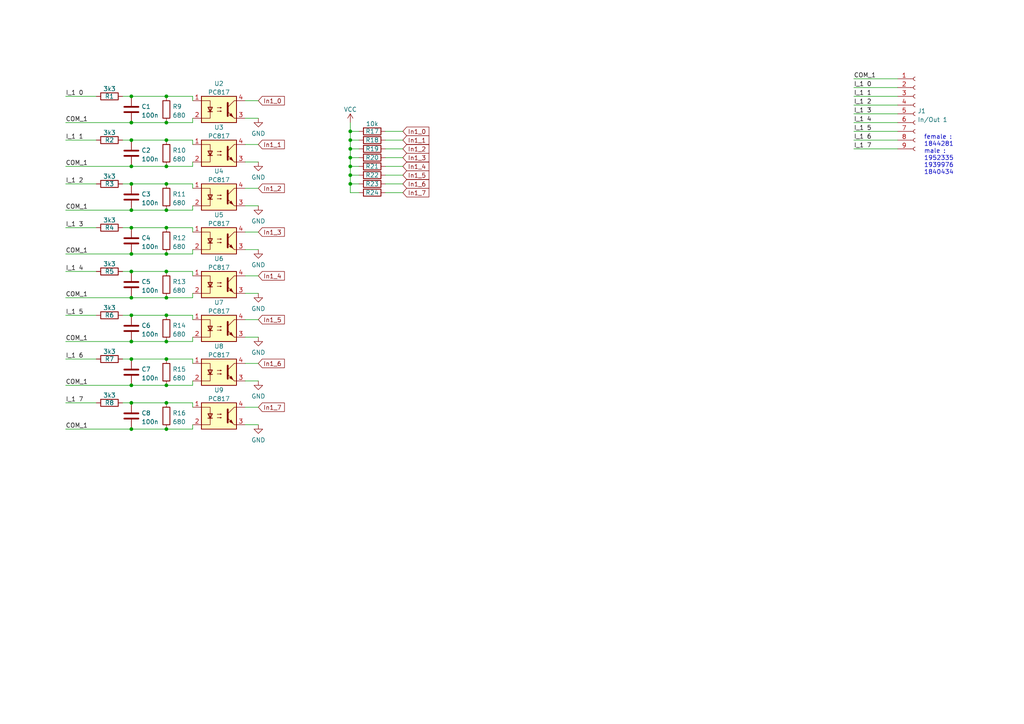
<source format=kicad_sch>
(kicad_sch (version 20230121) (generator eeschema)

  (uuid 2930fdcc-c437-4bc1-88e1-449daca06e1c)

  (paper "A4")

  (lib_symbols
    (symbol "Connector:Conn_01x09_Female" (pin_names (offset 1.016) hide) (in_bom yes) (on_board yes)
      (property "Reference" "J" (at 0 12.7 0)
        (effects (font (size 1.27 1.27)))
      )
      (property "Value" "Conn_01x09_Female" (at 0 -12.7 0)
        (effects (font (size 1.27 1.27)))
      )
      (property "Footprint" "" (at 0 0 0)
        (effects (font (size 1.27 1.27)) hide)
      )
      (property "Datasheet" "~" (at 0 0 0)
        (effects (font (size 1.27 1.27)) hide)
      )
      (property "ki_keywords" "connector" (at 0 0 0)
        (effects (font (size 1.27 1.27)) hide)
      )
      (property "ki_description" "Generic connector, single row, 01x09, script generated (kicad-library-utils/schlib/autogen/connector/)" (at 0 0 0)
        (effects (font (size 1.27 1.27)) hide)
      )
      (property "ki_fp_filters" "Connector*:*_1x??_*" (at 0 0 0)
        (effects (font (size 1.27 1.27)) hide)
      )
      (symbol "Conn_01x09_Female_1_1"
        (arc (start 0 -9.652) (mid -0.5058 -10.16) (end 0 -10.668)
          (stroke (width 0.1524) (type default))
          (fill (type none))
        )
        (arc (start 0 -7.112) (mid -0.5058 -7.62) (end 0 -8.128)
          (stroke (width 0.1524) (type default))
          (fill (type none))
        )
        (arc (start 0 -4.572) (mid -0.5058 -5.08) (end 0 -5.588)
          (stroke (width 0.1524) (type default))
          (fill (type none))
        )
        (arc (start 0 -2.032) (mid -0.5058 -2.54) (end 0 -3.048)
          (stroke (width 0.1524) (type default))
          (fill (type none))
        )
        (polyline
          (pts
            (xy -1.27 -10.16)
            (xy -0.508 -10.16)
          )
          (stroke (width 0.1524) (type default))
          (fill (type none))
        )
        (polyline
          (pts
            (xy -1.27 -7.62)
            (xy -0.508 -7.62)
          )
          (stroke (width 0.1524) (type default))
          (fill (type none))
        )
        (polyline
          (pts
            (xy -1.27 -5.08)
            (xy -0.508 -5.08)
          )
          (stroke (width 0.1524) (type default))
          (fill (type none))
        )
        (polyline
          (pts
            (xy -1.27 -2.54)
            (xy -0.508 -2.54)
          )
          (stroke (width 0.1524) (type default))
          (fill (type none))
        )
        (polyline
          (pts
            (xy -1.27 0)
            (xy -0.508 0)
          )
          (stroke (width 0.1524) (type default))
          (fill (type none))
        )
        (polyline
          (pts
            (xy -1.27 2.54)
            (xy -0.508 2.54)
          )
          (stroke (width 0.1524) (type default))
          (fill (type none))
        )
        (polyline
          (pts
            (xy -1.27 5.08)
            (xy -0.508 5.08)
          )
          (stroke (width 0.1524) (type default))
          (fill (type none))
        )
        (polyline
          (pts
            (xy -1.27 7.62)
            (xy -0.508 7.62)
          )
          (stroke (width 0.1524) (type default))
          (fill (type none))
        )
        (polyline
          (pts
            (xy -1.27 10.16)
            (xy -0.508 10.16)
          )
          (stroke (width 0.1524) (type default))
          (fill (type none))
        )
        (arc (start 0 0.508) (mid -0.5058 0) (end 0 -0.508)
          (stroke (width 0.1524) (type default))
          (fill (type none))
        )
        (arc (start 0 3.048) (mid -0.5058 2.54) (end 0 2.032)
          (stroke (width 0.1524) (type default))
          (fill (type none))
        )
        (arc (start 0 5.588) (mid -0.5058 5.08) (end 0 4.572)
          (stroke (width 0.1524) (type default))
          (fill (type none))
        )
        (arc (start 0 8.128) (mid -0.5058 7.62) (end 0 7.112)
          (stroke (width 0.1524) (type default))
          (fill (type none))
        )
        (arc (start 0 10.668) (mid -0.5058 10.16) (end 0 9.652)
          (stroke (width 0.1524) (type default))
          (fill (type none))
        )
        (pin passive line (at -5.08 10.16 0) (length 3.81)
          (name "Pin_1" (effects (font (size 1.27 1.27))))
          (number "1" (effects (font (size 1.27 1.27))))
        )
        (pin passive line (at -5.08 7.62 0) (length 3.81)
          (name "Pin_2" (effects (font (size 1.27 1.27))))
          (number "2" (effects (font (size 1.27 1.27))))
        )
        (pin passive line (at -5.08 5.08 0) (length 3.81)
          (name "Pin_3" (effects (font (size 1.27 1.27))))
          (number "3" (effects (font (size 1.27 1.27))))
        )
        (pin passive line (at -5.08 2.54 0) (length 3.81)
          (name "Pin_4" (effects (font (size 1.27 1.27))))
          (number "4" (effects (font (size 1.27 1.27))))
        )
        (pin passive line (at -5.08 0 0) (length 3.81)
          (name "Pin_5" (effects (font (size 1.27 1.27))))
          (number "5" (effects (font (size 1.27 1.27))))
        )
        (pin passive line (at -5.08 -2.54 0) (length 3.81)
          (name "Pin_6" (effects (font (size 1.27 1.27))))
          (number "6" (effects (font (size 1.27 1.27))))
        )
        (pin passive line (at -5.08 -5.08 0) (length 3.81)
          (name "Pin_7" (effects (font (size 1.27 1.27))))
          (number "7" (effects (font (size 1.27 1.27))))
        )
        (pin passive line (at -5.08 -7.62 0) (length 3.81)
          (name "Pin_8" (effects (font (size 1.27 1.27))))
          (number "8" (effects (font (size 1.27 1.27))))
        )
        (pin passive line (at -5.08 -10.16 0) (length 3.81)
          (name "Pin_9" (effects (font (size 1.27 1.27))))
          (number "9" (effects (font (size 1.27 1.27))))
        )
      )
    )
    (symbol "Device:C" (pin_numbers hide) (pin_names (offset 0.254)) (in_bom yes) (on_board yes)
      (property "Reference" "C" (at 0.635 2.54 0)
        (effects (font (size 1.27 1.27)) (justify left))
      )
      (property "Value" "C" (at 0.635 -2.54 0)
        (effects (font (size 1.27 1.27)) (justify left))
      )
      (property "Footprint" "" (at 0.9652 -3.81 0)
        (effects (font (size 1.27 1.27)) hide)
      )
      (property "Datasheet" "~" (at 0 0 0)
        (effects (font (size 1.27 1.27)) hide)
      )
      (property "ki_keywords" "cap capacitor" (at 0 0 0)
        (effects (font (size 1.27 1.27)) hide)
      )
      (property "ki_description" "Unpolarized capacitor" (at 0 0 0)
        (effects (font (size 1.27 1.27)) hide)
      )
      (property "ki_fp_filters" "C_*" (at 0 0 0)
        (effects (font (size 1.27 1.27)) hide)
      )
      (symbol "C_0_1"
        (polyline
          (pts
            (xy -2.032 -0.762)
            (xy 2.032 -0.762)
          )
          (stroke (width 0.508) (type default))
          (fill (type none))
        )
        (polyline
          (pts
            (xy -2.032 0.762)
            (xy 2.032 0.762)
          )
          (stroke (width 0.508) (type default))
          (fill (type none))
        )
      )
      (symbol "C_1_1"
        (pin passive line (at 0 3.81 270) (length 2.794)
          (name "~" (effects (font (size 1.27 1.27))))
          (number "1" (effects (font (size 1.27 1.27))))
        )
        (pin passive line (at 0 -3.81 90) (length 2.794)
          (name "~" (effects (font (size 1.27 1.27))))
          (number "2" (effects (font (size 1.27 1.27))))
        )
      )
    )
    (symbol "Device:R" (pin_numbers hide) (pin_names (offset 0)) (in_bom yes) (on_board yes)
      (property "Reference" "R" (at 2.032 0 90)
        (effects (font (size 1.27 1.27)))
      )
      (property "Value" "R" (at 0 0 90)
        (effects (font (size 1.27 1.27)))
      )
      (property "Footprint" "" (at -1.778 0 90)
        (effects (font (size 1.27 1.27)) hide)
      )
      (property "Datasheet" "~" (at 0 0 0)
        (effects (font (size 1.27 1.27)) hide)
      )
      (property "ki_keywords" "R res resistor" (at 0 0 0)
        (effects (font (size 1.27 1.27)) hide)
      )
      (property "ki_description" "Resistor" (at 0 0 0)
        (effects (font (size 1.27 1.27)) hide)
      )
      (property "ki_fp_filters" "R_*" (at 0 0 0)
        (effects (font (size 1.27 1.27)) hide)
      )
      (symbol "R_0_1"
        (rectangle (start -1.016 -2.54) (end 1.016 2.54)
          (stroke (width 0.254) (type default))
          (fill (type none))
        )
      )
      (symbol "R_1_1"
        (pin passive line (at 0 3.81 270) (length 1.27)
          (name "~" (effects (font (size 1.27 1.27))))
          (number "1" (effects (font (size 1.27 1.27))))
        )
        (pin passive line (at 0 -3.81 90) (length 1.27)
          (name "~" (effects (font (size 1.27 1.27))))
          (number "2" (effects (font (size 1.27 1.27))))
        )
      )
    )
    (symbol "Isolator:PC817" (pin_names (offset 1.016)) (in_bom yes) (on_board yes)
      (property "Reference" "U" (at -5.08 5.08 0)
        (effects (font (size 1.27 1.27)) (justify left))
      )
      (property "Value" "PC817" (at 0 5.08 0)
        (effects (font (size 1.27 1.27)) (justify left))
      )
      (property "Footprint" "Package_DIP:DIP-4_W7.62mm" (at -5.08 -5.08 0)
        (effects (font (size 1.27 1.27) italic) (justify left) hide)
      )
      (property "Datasheet" "http://www.soselectronic.cz/a_info/resource/d/pc817.pdf" (at 0 0 0)
        (effects (font (size 1.27 1.27)) (justify left) hide)
      )
      (property "ki_keywords" "NPN DC Optocoupler" (at 0 0 0)
        (effects (font (size 1.27 1.27)) hide)
      )
      (property "ki_description" "DC Optocoupler, Vce 35V, CTR 50-300%, DIP-4" (at 0 0 0)
        (effects (font (size 1.27 1.27)) hide)
      )
      (property "ki_fp_filters" "DIP*W7.62mm*" (at 0 0 0)
        (effects (font (size 1.27 1.27)) hide)
      )
      (symbol "PC817_0_1"
        (rectangle (start -5.08 3.81) (end 5.08 -3.81)
          (stroke (width 0.254) (type default))
          (fill (type background))
        )
        (polyline
          (pts
            (xy -3.175 -0.635)
            (xy -1.905 -0.635)
          )
          (stroke (width 0.254) (type default))
          (fill (type none))
        )
        (polyline
          (pts
            (xy 2.54 0.635)
            (xy 4.445 2.54)
          )
          (stroke (width 0) (type default))
          (fill (type none))
        )
        (polyline
          (pts
            (xy 4.445 -2.54)
            (xy 2.54 -0.635)
          )
          (stroke (width 0) (type default))
          (fill (type outline))
        )
        (polyline
          (pts
            (xy 4.445 -2.54)
            (xy 5.08 -2.54)
          )
          (stroke (width 0) (type default))
          (fill (type none))
        )
        (polyline
          (pts
            (xy 4.445 2.54)
            (xy 5.08 2.54)
          )
          (stroke (width 0) (type default))
          (fill (type none))
        )
        (polyline
          (pts
            (xy -5.08 2.54)
            (xy -2.54 2.54)
            (xy -2.54 -0.635)
          )
          (stroke (width 0) (type default))
          (fill (type none))
        )
        (polyline
          (pts
            (xy -2.54 -0.635)
            (xy -2.54 -2.54)
            (xy -5.08 -2.54)
          )
          (stroke (width 0) (type default))
          (fill (type none))
        )
        (polyline
          (pts
            (xy 2.54 1.905)
            (xy 2.54 -1.905)
            (xy 2.54 -1.905)
          )
          (stroke (width 0.508) (type default))
          (fill (type none))
        )
        (polyline
          (pts
            (xy -2.54 -0.635)
            (xy -3.175 0.635)
            (xy -1.905 0.635)
            (xy -2.54 -0.635)
          )
          (stroke (width 0.254) (type default))
          (fill (type none))
        )
        (polyline
          (pts
            (xy -0.508 -0.508)
            (xy 0.762 -0.508)
            (xy 0.381 -0.635)
            (xy 0.381 -0.381)
            (xy 0.762 -0.508)
          )
          (stroke (width 0) (type default))
          (fill (type none))
        )
        (polyline
          (pts
            (xy -0.508 0.508)
            (xy 0.762 0.508)
            (xy 0.381 0.381)
            (xy 0.381 0.635)
            (xy 0.762 0.508)
          )
          (stroke (width 0) (type default))
          (fill (type none))
        )
        (polyline
          (pts
            (xy 3.048 -1.651)
            (xy 3.556 -1.143)
            (xy 4.064 -2.159)
            (xy 3.048 -1.651)
            (xy 3.048 -1.651)
          )
          (stroke (width 0) (type default))
          (fill (type outline))
        )
      )
      (symbol "PC817_1_1"
        (pin passive line (at -7.62 2.54 0) (length 2.54)
          (name "~" (effects (font (size 1.27 1.27))))
          (number "1" (effects (font (size 1.27 1.27))))
        )
        (pin passive line (at -7.62 -2.54 0) (length 2.54)
          (name "~" (effects (font (size 1.27 1.27))))
          (number "2" (effects (font (size 1.27 1.27))))
        )
        (pin passive line (at 7.62 -2.54 180) (length 2.54)
          (name "~" (effects (font (size 1.27 1.27))))
          (number "3" (effects (font (size 1.27 1.27))))
        )
        (pin passive line (at 7.62 2.54 180) (length 2.54)
          (name "~" (effects (font (size 1.27 1.27))))
          (number "4" (effects (font (size 1.27 1.27))))
        )
      )
    )
    (symbol "power:GND" (power) (pin_names (offset 0)) (in_bom yes) (on_board yes)
      (property "Reference" "#PWR" (at 0 -6.35 0)
        (effects (font (size 1.27 1.27)) hide)
      )
      (property "Value" "GND" (at 0 -3.81 0)
        (effects (font (size 1.27 1.27)))
      )
      (property "Footprint" "" (at 0 0 0)
        (effects (font (size 1.27 1.27)) hide)
      )
      (property "Datasheet" "" (at 0 0 0)
        (effects (font (size 1.27 1.27)) hide)
      )
      (property "ki_keywords" "power-flag" (at 0 0 0)
        (effects (font (size 1.27 1.27)) hide)
      )
      (property "ki_description" "Power symbol creates a global label with name \"GND\" , ground" (at 0 0 0)
        (effects (font (size 1.27 1.27)) hide)
      )
      (symbol "GND_0_1"
        (polyline
          (pts
            (xy 0 0)
            (xy 0 -1.27)
            (xy 1.27 -1.27)
            (xy 0 -2.54)
            (xy -1.27 -1.27)
            (xy 0 -1.27)
          )
          (stroke (width 0) (type default))
          (fill (type none))
        )
      )
      (symbol "GND_1_1"
        (pin power_in line (at 0 0 270) (length 0) hide
          (name "GND" (effects (font (size 1.27 1.27))))
          (number "1" (effects (font (size 1.27 1.27))))
        )
      )
    )
    (symbol "power:VCC" (power) (pin_names (offset 0)) (in_bom yes) (on_board yes)
      (property "Reference" "#PWR" (at 0 -3.81 0)
        (effects (font (size 1.27 1.27)) hide)
      )
      (property "Value" "VCC" (at 0 3.81 0)
        (effects (font (size 1.27 1.27)))
      )
      (property "Footprint" "" (at 0 0 0)
        (effects (font (size 1.27 1.27)) hide)
      )
      (property "Datasheet" "" (at 0 0 0)
        (effects (font (size 1.27 1.27)) hide)
      )
      (property "ki_keywords" "power-flag" (at 0 0 0)
        (effects (font (size 1.27 1.27)) hide)
      )
      (property "ki_description" "Power symbol creates a global label with name \"VCC\"" (at 0 0 0)
        (effects (font (size 1.27 1.27)) hide)
      )
      (symbol "VCC_0_1"
        (polyline
          (pts
            (xy -0.762 1.27)
            (xy 0 2.54)
          )
          (stroke (width 0) (type default))
          (fill (type none))
        )
        (polyline
          (pts
            (xy 0 0)
            (xy 0 2.54)
          )
          (stroke (width 0) (type default))
          (fill (type none))
        )
        (polyline
          (pts
            (xy 0 2.54)
            (xy 0.762 1.27)
          )
          (stroke (width 0) (type default))
          (fill (type none))
        )
      )
      (symbol "VCC_1_1"
        (pin power_in line (at 0 0 90) (length 0) hide
          (name "VCC" (effects (font (size 1.27 1.27))))
          (number "1" (effects (font (size 1.27 1.27))))
        )
      )
    )
  )

  (junction (at 38.1 73.66) (diameter 0) (color 0 0 0 0)
    (uuid 0e71e824-42a4-465c-9117-3a334ccc9cdc)
  )
  (junction (at 101.6 50.8) (diameter 0) (color 0 0 0 0)
    (uuid 20352d47-af13-4722-9f30-e9b751621f02)
  )
  (junction (at 48.26 40.64) (diameter 0) (color 0 0 0 0)
    (uuid 25d06b91-664e-42d2-a054-fa6dcc30a343)
  )
  (junction (at 38.1 35.56) (diameter 0) (color 0 0 0 0)
    (uuid 279fde97-8fc0-4c3f-8028-a935080055f0)
  )
  (junction (at 38.1 91.44) (diameter 0) (color 0 0 0 0)
    (uuid 2d6ca864-ca49-4c2f-b5da-25e6dc17b574)
  )
  (junction (at 38.1 48.26) (diameter 0) (color 0 0 0 0)
    (uuid 2f6cb40d-4de5-47cd-b081-0776438dadf1)
  )
  (junction (at 38.1 66.04) (diameter 0) (color 0 0 0 0)
    (uuid 319ccb6e-dfd4-4604-aa67-d80033a98ac0)
  )
  (junction (at 48.26 48.26) (diameter 0) (color 0 0 0 0)
    (uuid 471d53e6-ccf4-4f9e-b187-8c91d7c4aa84)
  )
  (junction (at 48.26 53.34) (diameter 0) (color 0 0 0 0)
    (uuid 4b62810b-83ce-46e3-8c2d-5697e55d39f9)
  )
  (junction (at 48.26 66.04) (diameter 0) (color 0 0 0 0)
    (uuid 560a2853-52ca-42c2-9b4f-cab0dd04afd4)
  )
  (junction (at 101.6 53.34) (diameter 0) (color 0 0 0 0)
    (uuid 5b171def-1b30-41c0-8f72-7b9e7c169aec)
  )
  (junction (at 38.1 40.64) (diameter 0) (color 0 0 0 0)
    (uuid 5e8dc300-56f1-4f03-b173-3d74608eeacd)
  )
  (junction (at 48.26 60.96) (diameter 0) (color 0 0 0 0)
    (uuid 6213c8be-6759-4e75-a68c-26c5f98d1c8c)
  )
  (junction (at 48.26 27.94) (diameter 0) (color 0 0 0 0)
    (uuid 646ecd93-d27e-4143-b143-c5c1266c282e)
  )
  (junction (at 38.1 86.36) (diameter 0) (color 0 0 0 0)
    (uuid 664ad7d4-608d-4c40-8070-e789377a7c52)
  )
  (junction (at 48.26 111.76) (diameter 0) (color 0 0 0 0)
    (uuid 66dd2e03-c181-4bac-a106-90abad84a870)
  )
  (junction (at 48.26 104.14) (diameter 0) (color 0 0 0 0)
    (uuid 6ea7d8a9-db62-4f67-b423-244a88b65a9a)
  )
  (junction (at 48.26 78.74) (diameter 0) (color 0 0 0 0)
    (uuid 75cd7f7f-2caa-4047-8462-c03a3d5cb938)
  )
  (junction (at 38.1 99.06) (diameter 0) (color 0 0 0 0)
    (uuid 7754e3a4-65ce-4814-987a-a321a9cacab8)
  )
  (junction (at 48.26 91.44) (diameter 0) (color 0 0 0 0)
    (uuid 7a710599-ce03-4fc8-b9e3-d5017d55a7cc)
  )
  (junction (at 48.26 73.66) (diameter 0) (color 0 0 0 0)
    (uuid 88bbc43f-9973-4fc9-bb72-560535f87116)
  )
  (junction (at 48.26 86.36) (diameter 0) (color 0 0 0 0)
    (uuid 8cf89941-2fc7-4609-a164-c8922cf9d917)
  )
  (junction (at 48.26 99.06) (diameter 0) (color 0 0 0 0)
    (uuid 8d95bbc0-3230-4dfe-a31b-f5934fe535e2)
  )
  (junction (at 101.6 40.64) (diameter 0) (color 0 0 0 0)
    (uuid 90ddf92d-bd08-4138-8033-d7149f2f97a6)
  )
  (junction (at 38.1 104.14) (diameter 0) (color 0 0 0 0)
    (uuid 961fa429-9561-4cf1-bd69-269ce59eabfa)
  )
  (junction (at 38.1 124.46) (diameter 0) (color 0 0 0 0)
    (uuid 97dfebb2-753e-4cfc-9cc6-e6478e2ad2d0)
  )
  (junction (at 101.6 43.18) (diameter 0) (color 0 0 0 0)
    (uuid 9b62051a-872c-4316-93f9-090592131164)
  )
  (junction (at 38.1 111.76) (diameter 0) (color 0 0 0 0)
    (uuid a9e80b6b-186e-4351-b94e-b1aafe7684a1)
  )
  (junction (at 48.26 124.46) (diameter 0) (color 0 0 0 0)
    (uuid b317dde6-4c64-4d10-881a-a94b55105c68)
  )
  (junction (at 38.1 116.84) (diameter 0) (color 0 0 0 0)
    (uuid b6b74e56-7fe1-47a9-94f9-241b445979f4)
  )
  (junction (at 48.26 116.84) (diameter 0) (color 0 0 0 0)
    (uuid be08bbd6-c25f-45a3-a49b-a6cd4ae1ad8b)
  )
  (junction (at 101.6 48.26) (diameter 0) (color 0 0 0 0)
    (uuid bf5c69b2-a5c8-4df3-b1c6-38177163c108)
  )
  (junction (at 101.6 45.72) (diameter 0) (color 0 0 0 0)
    (uuid dfaf54f5-1082-45d8-a3b5-7532bbc00c1d)
  )
  (junction (at 38.1 53.34) (diameter 0) (color 0 0 0 0)
    (uuid e00af6c1-155b-4056-8a95-b551b7a14193)
  )
  (junction (at 48.26 35.56) (diameter 0) (color 0 0 0 0)
    (uuid e474ce4e-1162-4160-b796-50891775059c)
  )
  (junction (at 101.6 38.1) (diameter 0) (color 0 0 0 0)
    (uuid e4922f11-5849-4726-9f1d-f153dbc032cd)
  )
  (junction (at 38.1 78.74) (diameter 0) (color 0 0 0 0)
    (uuid e9ab568e-c0ad-4e03-8fa5-fc214434ff08)
  )
  (junction (at 38.1 60.96) (diameter 0) (color 0 0 0 0)
    (uuid eca25fdb-c30c-4a91-b254-4ce193d85c7b)
  )
  (junction (at 38.1 27.94) (diameter 0) (color 0 0 0 0)
    (uuid f0fe0dc9-ca3f-42b2-8125-b45eb0b50367)
  )

  (wire (pts (xy 55.88 48.26) (xy 55.88 46.99))
    (stroke (width 0) (type default))
    (uuid 011b1998-4533-4b13-aafc-531f07ac5f73)
  )
  (wire (pts (xy 101.6 43.18) (xy 101.6 45.72))
    (stroke (width 0) (type default))
    (uuid 0379883d-3e1c-4ac2-aab4-e6e578a07b85)
  )
  (wire (pts (xy 48.26 40.64) (xy 55.88 40.64))
    (stroke (width 0) (type default))
    (uuid 04e5cede-581b-4eb7-98d1-d7dd19c74aad)
  )
  (wire (pts (xy 71.12 59.69) (xy 74.93 59.69))
    (stroke (width 0) (type default))
    (uuid 07ca614f-ed99-49eb-b790-69ac2751b4dc)
  )
  (wire (pts (xy 19.05 116.84) (xy 27.94 116.84))
    (stroke (width 0) (type default))
    (uuid 0a67547a-cc91-4251-9f3a-5148e3fb8060)
  )
  (wire (pts (xy 101.6 40.64) (xy 104.14 40.64))
    (stroke (width 0) (type default))
    (uuid 0a688a7d-a4ca-4a30-85c7-164a110cc199)
  )
  (wire (pts (xy 35.56 116.84) (xy 38.1 116.84))
    (stroke (width 0) (type default))
    (uuid 0b34e128-5e02-4ba8-aa69-d58e41c3f301)
  )
  (wire (pts (xy 48.26 27.94) (xy 55.88 27.94))
    (stroke (width 0) (type default))
    (uuid 0c4ee121-3366-4fc9-9368-7926a789fb2f)
  )
  (wire (pts (xy 19.05 111.76) (xy 38.1 111.76))
    (stroke (width 0) (type default))
    (uuid 0c92c9bf-8806-4e24-a29c-9baf3d5e1040)
  )
  (wire (pts (xy 71.12 46.99) (xy 74.93 46.99))
    (stroke (width 0) (type default))
    (uuid 0fb5dde7-6121-463a-a7f9-7bffd318630e)
  )
  (wire (pts (xy 101.6 53.34) (xy 101.6 55.88))
    (stroke (width 0) (type default))
    (uuid 13b8b347-23ff-40b4-9663-a3d76f16b9b6)
  )
  (wire (pts (xy 48.26 99.06) (xy 55.88 99.06))
    (stroke (width 0) (type default))
    (uuid 14cdba45-62f3-4289-b0d8-b33b3dff2478)
  )
  (wire (pts (xy 48.26 73.66) (xy 55.88 73.66))
    (stroke (width 0) (type default))
    (uuid 14d8f831-30fb-4f30-99b5-a8c3bd02e911)
  )
  (wire (pts (xy 19.05 35.56) (xy 38.1 35.56))
    (stroke (width 0) (type default))
    (uuid 161c433b-adcc-4269-93e1-3f8c0e247d59)
  )
  (wire (pts (xy 247.65 27.94) (xy 260.35 27.94))
    (stroke (width 0) (type default))
    (uuid 19eabebd-bf3f-4a4e-8c08-150e65bc538c)
  )
  (wire (pts (xy 38.1 99.06) (xy 48.26 99.06))
    (stroke (width 0) (type default))
    (uuid 1aaf0abd-e8fd-4f8a-b54a-c8ea33adce4a)
  )
  (wire (pts (xy 247.65 33.02) (xy 260.35 33.02))
    (stroke (width 0) (type default))
    (uuid 1bd158fc-4e47-4bed-a75b-bd9a521a4b9d)
  )
  (wire (pts (xy 35.56 27.94) (xy 38.1 27.94))
    (stroke (width 0) (type default))
    (uuid 1ca05f1a-90c2-423a-940f-5fb67900056a)
  )
  (wire (pts (xy 111.76 55.88) (xy 116.84 55.88))
    (stroke (width 0) (type default))
    (uuid 1dd18295-c9ab-481d-b7d2-052e2e726b9b)
  )
  (wire (pts (xy 111.76 40.64) (xy 116.84 40.64))
    (stroke (width 0) (type default))
    (uuid 1efffcd3-3b32-48ec-b710-d3d5b220d33e)
  )
  (wire (pts (xy 19.05 66.04) (xy 27.94 66.04))
    (stroke (width 0) (type default))
    (uuid 2258d3b5-2d1c-4eb1-82c5-48316f25453b)
  )
  (wire (pts (xy 35.56 104.14) (xy 38.1 104.14))
    (stroke (width 0) (type default))
    (uuid 25d26d74-10d3-4130-804e-dc33fc223ba8)
  )
  (wire (pts (xy 101.6 53.34) (xy 104.14 53.34))
    (stroke (width 0) (type default))
    (uuid 28e35069-7c9e-40f3-94ed-45508f63531b)
  )
  (wire (pts (xy 48.26 60.96) (xy 55.88 60.96))
    (stroke (width 0) (type default))
    (uuid 300555a3-fd11-48c3-bee1-a4bca3c2702d)
  )
  (wire (pts (xy 111.76 53.34) (xy 116.84 53.34))
    (stroke (width 0) (type default))
    (uuid 36634899-c524-4cfe-ad36-0744211bb2ff)
  )
  (wire (pts (xy 38.1 111.76) (xy 48.26 111.76))
    (stroke (width 0) (type default))
    (uuid 3773829b-eb47-40a6-80b8-49080fb9206b)
  )
  (wire (pts (xy 19.05 48.26) (xy 38.1 48.26))
    (stroke (width 0) (type default))
    (uuid 3b3073d9-7a3d-4d2b-b4d1-75ec0d36d014)
  )
  (wire (pts (xy 71.12 67.31) (xy 74.93 67.31))
    (stroke (width 0) (type default))
    (uuid 3fc90193-6425-48c2-ba9c-c9c3d6560aed)
  )
  (wire (pts (xy 71.12 97.79) (xy 74.93 97.79))
    (stroke (width 0) (type default))
    (uuid 44a5b010-082a-4c99-bd1d-0a7412dfad83)
  )
  (wire (pts (xy 55.88 78.74) (xy 55.88 80.01))
    (stroke (width 0) (type default))
    (uuid 485a0c24-c683-4ed4-a29f-40352a556116)
  )
  (wire (pts (xy 19.05 104.14) (xy 27.94 104.14))
    (stroke (width 0) (type default))
    (uuid 4c47030c-cb3b-42ee-9186-b8251d2fa08b)
  )
  (wire (pts (xy 48.26 35.56) (xy 55.88 35.56))
    (stroke (width 0) (type default))
    (uuid 4d9c3f6a-0b64-41f0-a784-5d917dc53f4f)
  )
  (wire (pts (xy 71.12 110.49) (xy 74.93 110.49))
    (stroke (width 0) (type default))
    (uuid 50ada9ec-4fd7-4257-a65f-a52ac93bb605)
  )
  (wire (pts (xy 48.26 116.84) (xy 55.88 116.84))
    (stroke (width 0) (type default))
    (uuid 50f44275-9824-4300-80c4-64561de8f400)
  )
  (wire (pts (xy 19.05 86.36) (xy 38.1 86.36))
    (stroke (width 0) (type default))
    (uuid 5437ac4f-b36c-449d-9558-57712e3156f3)
  )
  (wire (pts (xy 111.76 45.72) (xy 116.84 45.72))
    (stroke (width 0) (type default))
    (uuid 544c69a5-6619-488f-b224-9de601ab749b)
  )
  (wire (pts (xy 19.05 91.44) (xy 27.94 91.44))
    (stroke (width 0) (type default))
    (uuid 56e699dc-8324-47a3-b285-e1f5f425f57e)
  )
  (wire (pts (xy 55.88 104.14) (xy 55.88 105.41))
    (stroke (width 0) (type default))
    (uuid 57336d75-f3a1-4ea3-b544-1ff2bea38599)
  )
  (wire (pts (xy 101.6 48.26) (xy 104.14 48.26))
    (stroke (width 0) (type default))
    (uuid 5a0fe96a-f8d1-4b3e-bd52-3be5d4da73a0)
  )
  (wire (pts (xy 71.12 72.39) (xy 74.93 72.39))
    (stroke (width 0) (type default))
    (uuid 5cf6214d-f2ba-4e6a-9334-66e2035114c1)
  )
  (wire (pts (xy 55.88 66.04) (xy 55.88 67.31))
    (stroke (width 0) (type default))
    (uuid 5f1f683c-adb2-43b8-bf17-59e057fe0a12)
  )
  (wire (pts (xy 101.6 35.56) (xy 101.6 38.1))
    (stroke (width 0) (type default))
    (uuid 5f557aad-fd60-4498-96da-4297a7285b1d)
  )
  (wire (pts (xy 19.05 53.34) (xy 27.94 53.34))
    (stroke (width 0) (type default))
    (uuid 6009d408-05d8-4417-b5e6-42f23d3aebb8)
  )
  (wire (pts (xy 101.6 50.8) (xy 101.6 53.34))
    (stroke (width 0) (type default))
    (uuid 601d6225-083e-4462-b645-86486e31a2e2)
  )
  (wire (pts (xy 48.26 48.26) (xy 55.88 48.26))
    (stroke (width 0) (type default))
    (uuid 603f889d-49f4-4a13-ace8-b7b0f41ce411)
  )
  (wire (pts (xy 247.65 35.56) (xy 260.35 35.56))
    (stroke (width 0) (type default))
    (uuid 625507cb-7baa-482a-badc-7f90351697de)
  )
  (wire (pts (xy 48.26 66.04) (xy 55.88 66.04))
    (stroke (width 0) (type default))
    (uuid 6286c4d2-a4b9-4aac-9c9f-de515caefcb2)
  )
  (wire (pts (xy 101.6 50.8) (xy 104.14 50.8))
    (stroke (width 0) (type default))
    (uuid 62ed316b-2496-4f25-ab40-6773d5c9b898)
  )
  (wire (pts (xy 111.76 38.1) (xy 116.84 38.1))
    (stroke (width 0) (type default))
    (uuid 67c66256-ee28-40af-9a43-d806e0457f0e)
  )
  (wire (pts (xy 38.1 53.34) (xy 48.26 53.34))
    (stroke (width 0) (type default))
    (uuid 681b798a-d5ea-4033-bdfb-008a49ab4ccb)
  )
  (wire (pts (xy 111.76 50.8) (xy 116.84 50.8))
    (stroke (width 0) (type default))
    (uuid 69c7ee1e-3fe9-49a4-b6f4-12120f05b942)
  )
  (wire (pts (xy 19.05 73.66) (xy 38.1 73.66))
    (stroke (width 0) (type default))
    (uuid 6ad39389-5ffb-439e-92eb-c5a1b12a5e7d)
  )
  (wire (pts (xy 19.05 27.94) (xy 27.94 27.94))
    (stroke (width 0) (type default))
    (uuid 6e5d4380-a94f-4977-99f0-ceeea1ec4b00)
  )
  (wire (pts (xy 101.6 48.26) (xy 101.6 50.8))
    (stroke (width 0) (type default))
    (uuid 707b1971-42fa-4d3e-a578-e326c8631c38)
  )
  (wire (pts (xy 38.1 48.26) (xy 48.26 48.26))
    (stroke (width 0) (type default))
    (uuid 72d2f055-7fdb-4377-98e8-a83cfc8d49c5)
  )
  (wire (pts (xy 35.56 53.34) (xy 38.1 53.34))
    (stroke (width 0) (type default))
    (uuid 73d08b96-a6dc-4756-b63a-725a22f331a7)
  )
  (wire (pts (xy 101.6 40.64) (xy 101.6 43.18))
    (stroke (width 0) (type default))
    (uuid 78248f57-c015-429c-94a8-8ac17a2a3fb8)
  )
  (wire (pts (xy 38.1 66.04) (xy 48.26 66.04))
    (stroke (width 0) (type default))
    (uuid 7944416c-5361-411e-a2bc-4119d82f3e98)
  )
  (wire (pts (xy 38.1 91.44) (xy 48.26 91.44))
    (stroke (width 0) (type default))
    (uuid 7b8bf53b-0cfa-419a-9f7c-46ff7f7d23b6)
  )
  (wire (pts (xy 55.88 60.96) (xy 55.88 59.69))
    (stroke (width 0) (type default))
    (uuid 7ddda3b9-41d1-4731-9a61-9295fbe196e8)
  )
  (wire (pts (xy 38.1 40.64) (xy 48.26 40.64))
    (stroke (width 0) (type default))
    (uuid 7ef70704-1323-40eb-a844-2ffcb3816b45)
  )
  (wire (pts (xy 55.88 53.34) (xy 55.88 54.61))
    (stroke (width 0) (type default))
    (uuid 81734be4-c418-4125-973e-8e46f50953d9)
  )
  (wire (pts (xy 111.76 43.18) (xy 116.84 43.18))
    (stroke (width 0) (type default))
    (uuid 8313f1ff-2511-40b7-8533-faca3d104f27)
  )
  (wire (pts (xy 48.26 53.34) (xy 55.88 53.34))
    (stroke (width 0) (type default))
    (uuid 87debb11-2638-47fe-9ed0-4a7cca29677f)
  )
  (wire (pts (xy 55.88 124.46) (xy 55.88 123.19))
    (stroke (width 0) (type default))
    (uuid 88efb948-5359-4a11-9d92-c36feb3331c9)
  )
  (wire (pts (xy 101.6 45.72) (xy 104.14 45.72))
    (stroke (width 0) (type default))
    (uuid 8c0dc2ae-c58d-4afa-8d53-feac7d6fed35)
  )
  (wire (pts (xy 55.88 91.44) (xy 55.88 92.71))
    (stroke (width 0) (type default))
    (uuid 8cbfff2b-64c3-4659-86aa-341deecea808)
  )
  (wire (pts (xy 48.26 124.46) (xy 55.88 124.46))
    (stroke (width 0) (type default))
    (uuid 8ed5da69-2717-4554-8dc6-3710b5ec52c2)
  )
  (wire (pts (xy 111.76 48.26) (xy 116.84 48.26))
    (stroke (width 0) (type default))
    (uuid 8fb3b35b-3cce-4d60-9fa9-e6fbae6c89f5)
  )
  (wire (pts (xy 48.26 104.14) (xy 55.88 104.14))
    (stroke (width 0) (type default))
    (uuid 917eac15-e592-47eb-8a99-caaee0a16d45)
  )
  (wire (pts (xy 35.56 66.04) (xy 38.1 66.04))
    (stroke (width 0) (type default))
    (uuid 91f6ce8d-021e-4b77-a003-16016ee5d52d)
  )
  (wire (pts (xy 38.1 35.56) (xy 48.26 35.56))
    (stroke (width 0) (type default))
    (uuid 981b9afb-79b9-4d18-90f8-01a32976e3f7)
  )
  (wire (pts (xy 55.88 35.56) (xy 55.88 34.29))
    (stroke (width 0) (type default))
    (uuid 9a2fa2e7-9f38-4a1b-8d16-1ba5326db483)
  )
  (wire (pts (xy 71.12 123.19) (xy 74.93 123.19))
    (stroke (width 0) (type default))
    (uuid 9c9eab75-3abd-4eec-a57c-34ac1b9ddc25)
  )
  (wire (pts (xy 101.6 43.18) (xy 104.14 43.18))
    (stroke (width 0) (type default))
    (uuid 9d3df6e4-e862-4226-9e2d-05e97132dab7)
  )
  (wire (pts (xy 38.1 27.94) (xy 48.26 27.94))
    (stroke (width 0) (type default))
    (uuid 9dcf270a-b7f3-4a50-854e-2f95125aad9a)
  )
  (wire (pts (xy 71.12 92.71) (xy 74.93 92.71))
    (stroke (width 0) (type default))
    (uuid a1767883-4539-45d5-a51d-4a2830d1d44e)
  )
  (wire (pts (xy 38.1 86.36) (xy 48.26 86.36))
    (stroke (width 0) (type default))
    (uuid a2aba643-297f-4540-8daa-636b08cf4b92)
  )
  (wire (pts (xy 247.65 43.18) (xy 260.35 43.18))
    (stroke (width 0) (type default))
    (uuid a4784a7e-bc2e-49f0-a8f4-819ebb4b7daa)
  )
  (wire (pts (xy 101.6 38.1) (xy 101.6 40.64))
    (stroke (width 0) (type default))
    (uuid a65c3333-a860-4307-b676-741c89c3f903)
  )
  (wire (pts (xy 247.65 30.48) (xy 260.35 30.48))
    (stroke (width 0) (type default))
    (uuid a8206c21-847e-4386-8b85-c70077d1c7a2)
  )
  (wire (pts (xy 55.88 86.36) (xy 55.88 85.09))
    (stroke (width 0) (type default))
    (uuid aa0c48dc-d581-48ab-b979-bb79c27fcfb8)
  )
  (wire (pts (xy 48.26 86.36) (xy 55.88 86.36))
    (stroke (width 0) (type default))
    (uuid aa9aa7d8-a3d2-47e8-a0fa-bcf063d3afd4)
  )
  (wire (pts (xy 48.26 78.74) (xy 55.88 78.74))
    (stroke (width 0) (type default))
    (uuid b2aa23cc-e482-4237-afcc-087d0ba0ccb5)
  )
  (wire (pts (xy 55.88 73.66) (xy 55.88 72.39))
    (stroke (width 0) (type default))
    (uuid b40bcc7d-b1e8-49d9-9637-300d99ee7d48)
  )
  (wire (pts (xy 35.56 40.64) (xy 38.1 40.64))
    (stroke (width 0) (type default))
    (uuid b43ce315-37d6-4626-88c3-6ecec290c613)
  )
  (wire (pts (xy 104.14 55.88) (xy 101.6 55.88))
    (stroke (width 0) (type default))
    (uuid b5fee9e2-3275-47dc-90b8-eade31f09ef3)
  )
  (wire (pts (xy 19.05 60.96) (xy 38.1 60.96))
    (stroke (width 0) (type default))
    (uuid b7f6effe-8377-4c20-8e9c-9925992d7e52)
  )
  (wire (pts (xy 19.05 99.06) (xy 38.1 99.06))
    (stroke (width 0) (type default))
    (uuid ba68262d-8d9a-4ec9-a824-303ecc4fca34)
  )
  (wire (pts (xy 101.6 45.72) (xy 101.6 48.26))
    (stroke (width 0) (type default))
    (uuid bc06d92d-4261-4f3c-b3b8-c6806d4f4c08)
  )
  (wire (pts (xy 247.65 40.64) (xy 260.35 40.64))
    (stroke (width 0) (type default))
    (uuid bc0f58a4-68ea-4203-ac58-54b9ded5abfc)
  )
  (wire (pts (xy 35.56 91.44) (xy 38.1 91.44))
    (stroke (width 0) (type default))
    (uuid bca3d612-8e58-4339-b937-c479695e0570)
  )
  (wire (pts (xy 38.1 116.84) (xy 48.26 116.84))
    (stroke (width 0) (type default))
    (uuid be15a7e6-f483-47c5-aea9-154c59d7462e)
  )
  (wire (pts (xy 19.05 40.64) (xy 27.94 40.64))
    (stroke (width 0) (type default))
    (uuid c65d19fa-2b9e-4931-a630-0be0253ee2cf)
  )
  (wire (pts (xy 71.12 105.41) (xy 74.93 105.41))
    (stroke (width 0) (type default))
    (uuid c7d02bdf-7a15-4ca1-b5fc-40cff8b49292)
  )
  (wire (pts (xy 48.26 111.76) (xy 55.88 111.76))
    (stroke (width 0) (type default))
    (uuid c866bdfb-f6dd-4c6f-be30-42562aacc3b0)
  )
  (wire (pts (xy 71.12 54.61) (xy 74.93 54.61))
    (stroke (width 0) (type default))
    (uuid c8761d91-a471-44a2-9d4f-e0c39ed58707)
  )
  (wire (pts (xy 247.65 22.86) (xy 260.35 22.86))
    (stroke (width 0) (type default))
    (uuid cf382d6b-d4b6-4bfe-9d87-89ced45ebbe4)
  )
  (wire (pts (xy 38.1 104.14) (xy 48.26 104.14))
    (stroke (width 0) (type default))
    (uuid cf7cb3bf-43bc-4438-ab6e-cbc644322868)
  )
  (wire (pts (xy 38.1 60.96) (xy 48.26 60.96))
    (stroke (width 0) (type default))
    (uuid cfe8babe-1a38-4051-855d-7b531d299b17)
  )
  (wire (pts (xy 55.88 40.64) (xy 55.88 41.91))
    (stroke (width 0) (type default))
    (uuid d63b3c74-eb77-4029-bd5e-98aece1bf6d5)
  )
  (wire (pts (xy 71.12 85.09) (xy 74.93 85.09))
    (stroke (width 0) (type default))
    (uuid d772ee16-d63d-4859-bea6-abf2dd23c3cf)
  )
  (wire (pts (xy 71.12 34.29) (xy 74.93 34.29))
    (stroke (width 0) (type default))
    (uuid dc9c0fc2-08c4-4469-8976-59b51cbde3c0)
  )
  (wire (pts (xy 247.65 25.4) (xy 260.35 25.4))
    (stroke (width 0) (type default))
    (uuid dd5f20da-b8ff-4e16-aad0-16ed6ee11e8e)
  )
  (wire (pts (xy 55.88 27.94) (xy 55.88 29.21))
    (stroke (width 0) (type default))
    (uuid de1741a4-66eb-4a34-84aa-2b1ace775619)
  )
  (wire (pts (xy 35.56 78.74) (xy 38.1 78.74))
    (stroke (width 0) (type default))
    (uuid e1beea4a-523b-4972-acee-be1138d8f286)
  )
  (wire (pts (xy 71.12 80.01) (xy 74.93 80.01))
    (stroke (width 0) (type default))
    (uuid e5923fe5-220c-44c1-8601-6514c676ca9f)
  )
  (wire (pts (xy 38.1 78.74) (xy 48.26 78.74))
    (stroke (width 0) (type default))
    (uuid e5a91caa-499d-4065-abbd-7212b9d365e0)
  )
  (wire (pts (xy 71.12 41.91) (xy 74.93 41.91))
    (stroke (width 0) (type default))
    (uuid e692a6d8-f3e3-45b4-8394-727759124648)
  )
  (wire (pts (xy 55.88 111.76) (xy 55.88 110.49))
    (stroke (width 0) (type default))
    (uuid e898b981-0831-4bf1-a6aa-48edf3ab7659)
  )
  (wire (pts (xy 55.88 99.06) (xy 55.88 97.79))
    (stroke (width 0) (type default))
    (uuid e94cfa42-bb4f-432b-8d50-6fad1989b1c0)
  )
  (wire (pts (xy 101.6 38.1) (xy 104.14 38.1))
    (stroke (width 0) (type default))
    (uuid ec64eaaa-69ea-4ace-8aba-6acc1e39bda6)
  )
  (wire (pts (xy 55.88 116.84) (xy 55.88 118.11))
    (stroke (width 0) (type default))
    (uuid eed24d42-2231-4840-ace4-7a499d8e6a58)
  )
  (wire (pts (xy 19.05 78.74) (xy 27.94 78.74))
    (stroke (width 0) (type default))
    (uuid f180fa02-1200-4fca-8555-6e668bcd865e)
  )
  (wire (pts (xy 247.65 38.1) (xy 260.35 38.1))
    (stroke (width 0) (type default))
    (uuid f61cfdd4-4537-4d6a-82d9-73fff59978c9)
  )
  (wire (pts (xy 38.1 73.66) (xy 48.26 73.66))
    (stroke (width 0) (type default))
    (uuid f6ee397e-2087-4b69-91b0-3d8ff5ae18b9)
  )
  (wire (pts (xy 71.12 118.11) (xy 74.93 118.11))
    (stroke (width 0) (type default))
    (uuid f94f8777-217f-4b6a-b5ec-28afc6fb2824)
  )
  (wire (pts (xy 38.1 124.46) (xy 48.26 124.46))
    (stroke (width 0) (type default))
    (uuid fba55382-4d63-42de-b107-03ea242ea16f)
  )
  (wire (pts (xy 48.26 91.44) (xy 55.88 91.44))
    (stroke (width 0) (type default))
    (uuid fe3495b4-d18a-415b-8bf6-399cc556a152)
  )
  (wire (pts (xy 71.12 29.21) (xy 74.93 29.21))
    (stroke (width 0) (type default))
    (uuid fe4a6d18-6db4-4b09-a55b-0d5d18825775)
  )
  (wire (pts (xy 19.05 124.46) (xy 38.1 124.46))
    (stroke (width 0) (type default))
    (uuid ff62e7ea-a47e-45c3-a6ab-8c1e9aa0c79e)
  )

  (text "female :\n1844281\nmale :\n1952335\n1939976\n1840434" (at 267.97 50.8 0)
    (effects (font (size 1.27 1.27)) (justify left bottom))
    (uuid 69785914-d047-450f-ae84-821e2fa199bd)
  )

  (label "COM_1" (at 247.65 22.86 0) (fields_autoplaced)
    (effects (font (size 1.27 1.27)) (justify left bottom))
    (uuid 23f475b5-5151-4184-8f7b-ac56b6e503a7)
  )
  (label "I_1 5" (at 247.65 38.1 0) (fields_autoplaced)
    (effects (font (size 1.27 1.27)) (justify left bottom))
    (uuid 24a33c8b-162f-485b-b63b-e6b791122fc8)
  )
  (label "I_1 2" (at 247.65 30.48 0) (fields_autoplaced)
    (effects (font (size 1.27 1.27)) (justify left bottom))
    (uuid 51e95868-1a0b-444d-91b4-50fb0d0ba58d)
  )
  (label "COM_1" (at 19.05 73.66 0) (fields_autoplaced)
    (effects (font (size 1.27 1.27)) (justify left bottom))
    (uuid 5433dba6-cce2-4f69-bf34-9b989338528e)
  )
  (label "I_1 4" (at 247.65 35.56 0) (fields_autoplaced)
    (effects (font (size 1.27 1.27)) (justify left bottom))
    (uuid 543776cc-3ec7-4fd0-8779-2e323be580b8)
  )
  (label "COM_1" (at 19.05 35.56 0) (fields_autoplaced)
    (effects (font (size 1.27 1.27)) (justify left bottom))
    (uuid 5eefabcd-e2d7-44d9-81e1-3a296469698b)
  )
  (label "I_1 2" (at 19.05 53.34 0) (fields_autoplaced)
    (effects (font (size 1.27 1.27)) (justify left bottom))
    (uuid 608eaafa-4b6b-4630-b726-0d788245b55c)
  )
  (label "I_1 6" (at 247.65 40.64 0) (fields_autoplaced)
    (effects (font (size 1.27 1.27)) (justify left bottom))
    (uuid 6d399fe1-7509-44fc-9a11-e4a2bfe3ad39)
  )
  (label "I_1 1" (at 19.05 40.64 0) (fields_autoplaced)
    (effects (font (size 1.27 1.27)) (justify left bottom))
    (uuid 7c6aefca-4fc3-4537-abfc-50be1d11c14a)
  )
  (label "I_1 7" (at 19.05 116.84 0) (fields_autoplaced)
    (effects (font (size 1.27 1.27)) (justify left bottom))
    (uuid 7e9c5340-84bd-4ea4-b982-ca3dbe3839e1)
  )
  (label "I_1 5" (at 19.05 91.44 0) (fields_autoplaced)
    (effects (font (size 1.27 1.27)) (justify left bottom))
    (uuid 8414bdfa-90ad-4789-abe4-7ce8d1a1d534)
  )
  (label "I_1 3" (at 247.65 33.02 0) (fields_autoplaced)
    (effects (font (size 1.27 1.27)) (justify left bottom))
    (uuid 9937e97c-0be4-4498-a77d-4503121f91de)
  )
  (label "I_1 1" (at 247.65 27.94 0) (fields_autoplaced)
    (effects (font (size 1.27 1.27)) (justify left bottom))
    (uuid a0b645db-1df2-46e4-bde4-a21750a1ef9e)
  )
  (label "I_1 7" (at 247.65 43.18 0) (fields_autoplaced)
    (effects (font (size 1.27 1.27)) (justify left bottom))
    (uuid a684854e-cb37-470e-a73a-36eb3d43774a)
  )
  (label "I_1 4" (at 19.05 78.74 0) (fields_autoplaced)
    (effects (font (size 1.27 1.27)) (justify left bottom))
    (uuid bb1cd588-8618-4524-842f-6df93be56b6d)
  )
  (label "COM_1" (at 19.05 60.96 0) (fields_autoplaced)
    (effects (font (size 1.27 1.27)) (justify left bottom))
    (uuid c4eeacc2-49c9-41de-a166-03ea839c6152)
  )
  (label "COM_1" (at 19.05 99.06 0) (fields_autoplaced)
    (effects (font (size 1.27 1.27)) (justify left bottom))
    (uuid cb02e679-3fd6-4bec-a6bf-43883da1aeb6)
  )
  (label "COM_1" (at 19.05 124.46 0) (fields_autoplaced)
    (effects (font (size 1.27 1.27)) (justify left bottom))
    (uuid d294d973-dd78-4bc7-ac64-14c11d5cdb6a)
  )
  (label "I_1 0" (at 19.05 27.94 0) (fields_autoplaced)
    (effects (font (size 1.27 1.27)) (justify left bottom))
    (uuid d739f6ef-1232-4aae-9ea4-c3b6bc1fb281)
  )
  (label "COM_1" (at 19.05 48.26 0) (fields_autoplaced)
    (effects (font (size 1.27 1.27)) (justify left bottom))
    (uuid d8ad9269-4cd8-4197-8362-1f462f545326)
  )
  (label "COM_1" (at 19.05 111.76 0) (fields_autoplaced)
    (effects (font (size 1.27 1.27)) (justify left bottom))
    (uuid d94396b6-678a-4e45-ab20-a0078f7550be)
  )
  (label "I_1 3" (at 19.05 66.04 0) (fields_autoplaced)
    (effects (font (size 1.27 1.27)) (justify left bottom))
    (uuid da533020-c876-498a-9315-ac2c27cd29eb)
  )
  (label "COM_1" (at 19.05 86.36 0) (fields_autoplaced)
    (effects (font (size 1.27 1.27)) (justify left bottom))
    (uuid daac903a-8f6b-4074-be2a-945cb3f43927)
  )
  (label "I_1 0" (at 247.65 25.4 0) (fields_autoplaced)
    (effects (font (size 1.27 1.27)) (justify left bottom))
    (uuid e012977d-6f2e-4a64-a8e2-b7436198a3c2)
  )
  (label "I_1 6" (at 19.05 104.14 0) (fields_autoplaced)
    (effects (font (size 1.27 1.27)) (justify left bottom))
    (uuid ef6d2b56-7442-4d1c-8071-180856910f39)
  )

  (global_label "In1_2" (shape input) (at 74.93 54.61 0) (fields_autoplaced)
    (effects (font (size 1.27 1.27)) (justify left))
    (uuid 08b7ddef-41c1-4327-bfe5-739a281f0c25)
    (property "Intersheetrefs" "${INTERSHEET_REFS}" (at 82.4836 54.5306 0)
      (effects (font (size 1.27 1.27)) (justify left) hide)
    )
  )
  (global_label "In1_7" (shape input) (at 116.84 55.88 0) (fields_autoplaced)
    (effects (font (size 1.27 1.27)) (justify left))
    (uuid 0b989fbd-cfa5-4212-949d-778a81015c48)
    (property "Intersheetrefs" "${INTERSHEET_REFS}" (at 124.3936 55.8006 0)
      (effects (font (size 1.27 1.27)) (justify left) hide)
    )
  )
  (global_label "In1_1" (shape input) (at 74.93 41.91 0) (fields_autoplaced)
    (effects (font (size 1.27 1.27)) (justify left))
    (uuid 5580b093-e3dc-422a-9e77-905b5c88f47f)
    (property "Intersheetrefs" "${INTERSHEET_REFS}" (at 82.4836 41.8306 0)
      (effects (font (size 1.27 1.27)) (justify left) hide)
    )
  )
  (global_label "In1_0" (shape input) (at 116.84 38.1 0) (fields_autoplaced)
    (effects (font (size 1.27 1.27)) (justify left))
    (uuid 5ffa044b-0b9e-4529-8328-eeae08aae1ef)
    (property "Intersheetrefs" "${INTERSHEET_REFS}" (at 124.3936 38.0206 0)
      (effects (font (size 1.27 1.27)) (justify left) hide)
    )
  )
  (global_label "In1_3" (shape input) (at 74.93 67.31 0) (fields_autoplaced)
    (effects (font (size 1.27 1.27)) (justify left))
    (uuid 8021e5e0-81cc-4907-a8f4-975f73fb9fda)
    (property "Intersheetrefs" "${INTERSHEET_REFS}" (at 82.4836 67.2306 0)
      (effects (font (size 1.27 1.27)) (justify left) hide)
    )
  )
  (global_label "In1_2" (shape input) (at 116.84 43.18 0) (fields_autoplaced)
    (effects (font (size 1.27 1.27)) (justify left))
    (uuid 89159391-14d6-4037-ad94-498146ab5291)
    (property "Intersheetrefs" "${INTERSHEET_REFS}" (at 124.3936 43.1006 0)
      (effects (font (size 1.27 1.27)) (justify left) hide)
    )
  )
  (global_label "In1_6" (shape input) (at 116.84 53.34 0) (fields_autoplaced)
    (effects (font (size 1.27 1.27)) (justify left))
    (uuid 9c8f4c32-ddde-445b-8eca-fb2c37ae354d)
    (property "Intersheetrefs" "${INTERSHEET_REFS}" (at 124.3936 53.2606 0)
      (effects (font (size 1.27 1.27)) (justify left) hide)
    )
  )
  (global_label "In1_4" (shape input) (at 74.93 80.01 0) (fields_autoplaced)
    (effects (font (size 1.27 1.27)) (justify left))
    (uuid 9fa71db6-218d-4f28-8328-6ce95df46638)
    (property "Intersheetrefs" "${INTERSHEET_REFS}" (at 82.4836 79.9306 0)
      (effects (font (size 1.27 1.27)) (justify left) hide)
    )
  )
  (global_label "In1_4" (shape input) (at 116.84 48.26 0) (fields_autoplaced)
    (effects (font (size 1.27 1.27)) (justify left))
    (uuid b21c76bf-e323-45db-8fe5-aad8320f428b)
    (property "Intersheetrefs" "${INTERSHEET_REFS}" (at 124.3936 48.1806 0)
      (effects (font (size 1.27 1.27)) (justify left) hide)
    )
  )
  (global_label "In1_1" (shape input) (at 116.84 40.64 0) (fields_autoplaced)
    (effects (font (size 1.27 1.27)) (justify left))
    (uuid bacb15f1-d976-481d-84ae-1d0b9856ee70)
    (property "Intersheetrefs" "${INTERSHEET_REFS}" (at 124.3936 40.5606 0)
      (effects (font (size 1.27 1.27)) (justify left) hide)
    )
  )
  (global_label "In1_5" (shape input) (at 74.93 92.71 0) (fields_autoplaced)
    (effects (font (size 1.27 1.27)) (justify left))
    (uuid c4019f9d-a0ad-423e-b7a0-e61da53f2862)
    (property "Intersheetrefs" "${INTERSHEET_REFS}" (at 82.4836 92.6306 0)
      (effects (font (size 1.27 1.27)) (justify left) hide)
    )
  )
  (global_label "In1_7" (shape input) (at 74.93 118.11 0) (fields_autoplaced)
    (effects (font (size 1.27 1.27)) (justify left))
    (uuid d0b9272e-fe50-469c-b64c-a15c7f921728)
    (property "Intersheetrefs" "${INTERSHEET_REFS}" (at 82.4836 118.0306 0)
      (effects (font (size 1.27 1.27)) (justify left) hide)
    )
  )
  (global_label "In1_6" (shape input) (at 74.93 105.41 0) (fields_autoplaced)
    (effects (font (size 1.27 1.27)) (justify left))
    (uuid d216a601-c2ab-4ef2-a914-bc129c61c6ee)
    (property "Intersheetrefs" "${INTERSHEET_REFS}" (at 82.4836 105.3306 0)
      (effects (font (size 1.27 1.27)) (justify left) hide)
    )
  )
  (global_label "In1_5" (shape input) (at 116.84 50.8 0) (fields_autoplaced)
    (effects (font (size 1.27 1.27)) (justify left))
    (uuid db91fbcc-e114-45d1-a492-2de59dacf232)
    (property "Intersheetrefs" "${INTERSHEET_REFS}" (at 124.3936 50.7206 0)
      (effects (font (size 1.27 1.27)) (justify left) hide)
    )
  )
  (global_label "In1_3" (shape input) (at 116.84 45.72 0) (fields_autoplaced)
    (effects (font (size 1.27 1.27)) (justify left))
    (uuid e32e73c6-63bc-4947-b75e-86cf886c12dd)
    (property "Intersheetrefs" "${INTERSHEET_REFS}" (at 124.3936 45.6406 0)
      (effects (font (size 1.27 1.27)) (justify left) hide)
    )
  )
  (global_label "In1_0" (shape input) (at 74.93 29.21 0) (fields_autoplaced)
    (effects (font (size 1.27 1.27)) (justify left))
    (uuid e55470ba-1c8d-4499-bf4a-1ba92a3f40b2)
    (property "Intersheetrefs" "${INTERSHEET_REFS}" (at 82.4836 29.1306 0)
      (effects (font (size 1.27 1.27)) (justify left) hide)
    )
  )

  (symbol (lib_id "Connector:Conn_01x09_Female") (at 265.43 33.02 0) (unit 1)
    (in_bom yes) (on_board yes) (dnp no) (fields_autoplaced)
    (uuid 0015aacc-2c06-48b8-b922-d4c62b93a614)
    (property "Reference" "J1" (at 266.1412 32.1853 0)
      (effects (font (size 1.27 1.27)) (justify left))
    )
    (property "Value" "In/Out 1" (at 266.1412 34.7222 0)
      (effects (font (size 1.27 1.27)) (justify left))
    )
    (property "Footprint" "Connector_Phoenix_MC:PhoenixContact_MC_1,5_9-G-3.5_1x09_P3.50mm_Horizontal" (at 265.43 33.02 0)
      (effects (font (size 1.27 1.27)) hide)
    )
    (property "Datasheet" "~" (at 265.43 33.02 0)
      (effects (font (size 1.27 1.27)) hide)
    )
    (pin "1" (uuid 97928f12-522f-45a2-8fc0-5cd54c47af79))
    (pin "2" (uuid 8a509fb9-bd04-44e1-b08e-e7cf3b17536d))
    (pin "3" (uuid 0941a5a5-5304-4381-93c6-343a435d40c7))
    (pin "4" (uuid f601c965-be1e-44e2-9ceb-4cecbb1159c3))
    (pin "5" (uuid 6fcd08fa-6d4d-4c21-9796-37c46be4ea96))
    (pin "6" (uuid b471061b-4059-4fcb-98fa-a212c103e358))
    (pin "7" (uuid 017e352b-9d97-4508-99e1-5388420911a3))
    (pin "8" (uuid 6352df79-51bf-4724-a5f1-f73ce42a125f))
    (pin "9" (uuid 0d01ade7-d4c8-4515-b019-6224bc38a3d1))
    (instances
      (project "Automate_ES_V2"
        (path "/c0b0c33a-0d2b-4391-9b6d-3484a571703c/924ddbff-cf32-44a4-81b7-05748a5d0373"
          (reference "J1") (unit 1)
        )
      )
    )
  )

  (symbol (lib_id "power:GND") (at 74.93 72.39 0) (unit 1)
    (in_bom yes) (on_board yes) (dnp no) (fields_autoplaced)
    (uuid 003ec705-46aa-49f2-b4e0-6b3fbc51d975)
    (property "Reference" "#PWR0105" (at 74.93 78.74 0)
      (effects (font (size 1.27 1.27)) hide)
    )
    (property "Value" "GND" (at 74.93 76.8334 0)
      (effects (font (size 1.27 1.27)))
    )
    (property "Footprint" "" (at 74.93 72.39 0)
      (effects (font (size 1.27 1.27)) hide)
    )
    (property "Datasheet" "" (at 74.93 72.39 0)
      (effects (font (size 1.27 1.27)) hide)
    )
    (pin "1" (uuid 90702fd1-4beb-44dc-8626-4b21cdd6cfaf))
    (instances
      (project "Automate_ES_V2"
        (path "/c0b0c33a-0d2b-4391-9b6d-3484a571703c/924ddbff-cf32-44a4-81b7-05748a5d0373"
          (reference "#PWR0105") (unit 1)
        )
      )
    )
  )

  (symbol (lib_id "power:GND") (at 74.93 110.49 0) (unit 1)
    (in_bom yes) (on_board yes) (dnp no) (fields_autoplaced)
    (uuid 049edf6a-7cd9-42c9-9deb-464d0212f679)
    (property "Reference" "#PWR0103" (at 74.93 116.84 0)
      (effects (font (size 1.27 1.27)) hide)
    )
    (property "Value" "GND" (at 74.93 114.9334 0)
      (effects (font (size 1.27 1.27)))
    )
    (property "Footprint" "" (at 74.93 110.49 0)
      (effects (font (size 1.27 1.27)) hide)
    )
    (property "Datasheet" "" (at 74.93 110.49 0)
      (effects (font (size 1.27 1.27)) hide)
    )
    (pin "1" (uuid c5e27ee3-1395-4997-8251-3b02e4fc6324))
    (instances
      (project "Automate_ES_V2"
        (path "/c0b0c33a-0d2b-4391-9b6d-3484a571703c/924ddbff-cf32-44a4-81b7-05748a5d0373"
          (reference "#PWR0103") (unit 1)
        )
      )
    )
  )

  (symbol (lib_id "power:GND") (at 74.93 85.09 0) (unit 1)
    (in_bom yes) (on_board yes) (dnp no) (fields_autoplaced)
    (uuid 0601edc5-bc19-4baa-8dba-ec4ca52b2026)
    (property "Reference" "#PWR0102" (at 74.93 91.44 0)
      (effects (font (size 1.27 1.27)) hide)
    )
    (property "Value" "GND" (at 74.93 89.5334 0)
      (effects (font (size 1.27 1.27)))
    )
    (property "Footprint" "" (at 74.93 85.09 0)
      (effects (font (size 1.27 1.27)) hide)
    )
    (property "Datasheet" "" (at 74.93 85.09 0)
      (effects (font (size 1.27 1.27)) hide)
    )
    (pin "1" (uuid b134a30b-3c26-4c84-a729-6acc4393a8ab))
    (instances
      (project "Automate_ES_V2"
        (path "/c0b0c33a-0d2b-4391-9b6d-3484a571703c/924ddbff-cf32-44a4-81b7-05748a5d0373"
          (reference "#PWR0102") (unit 1)
        )
      )
    )
  )

  (symbol (lib_id "Isolator:PC817") (at 63.5 107.95 0) (unit 1)
    (in_bom yes) (on_board yes) (dnp no) (fields_autoplaced)
    (uuid 113f2363-5929-490d-b664-4ec40824b87e)
    (property "Reference" "U8" (at 63.5 100.4402 0)
      (effects (font (size 1.27 1.27)))
    )
    (property "Value" "PC817" (at 63.5 102.9771 0)
      (effects (font (size 1.27 1.27)))
    )
    (property "Footprint" "Added:SOP254P960X420-4N" (at 58.42 113.03 0)
      (effects (font (size 1.27 1.27) italic) (justify left) hide)
    )
    (property "Datasheet" "http://www.soselectronic.cz/a_info/resource/d/pc817.pdf" (at 63.5 107.95 0)
      (effects (font (size 1.27 1.27)) (justify left) hide)
    )
    (pin "1" (uuid 709981ca-6d2e-4f33-a9ec-bf3a49e7b4ce))
    (pin "2" (uuid ef77fda5-5f8e-44fc-a546-58c22e8eceeb))
    (pin "3" (uuid deebc07e-ab76-4980-a6d3-ec6cd8963a7e))
    (pin "4" (uuid bf16957f-784b-4b48-a5b7-44c0147b9f40))
    (instances
      (project "Automate_ES_V2"
        (path "/c0b0c33a-0d2b-4391-9b6d-3484a571703c/924ddbff-cf32-44a4-81b7-05748a5d0373"
          (reference "U8") (unit 1)
        )
      )
    )
  )

  (symbol (lib_id "Device:C") (at 38.1 120.65 0) (unit 1)
    (in_bom yes) (on_board yes) (dnp no) (fields_autoplaced)
    (uuid 144e209c-b80a-4f5d-adb9-3eec7e36d87b)
    (property "Reference" "C8" (at 41.021 119.8153 0)
      (effects (font (size 1.27 1.27)) (justify left))
    )
    (property "Value" "100n" (at 41.021 122.3522 0)
      (effects (font (size 1.27 1.27)) (justify left))
    )
    (property "Footprint" "Capacitor_SMD:C_0805_2012Metric_Pad1.18x1.45mm_HandSolder" (at 39.0652 124.46 0)
      (effects (font (size 1.27 1.27)) hide)
    )
    (property "Datasheet" "~" (at 38.1 120.65 0)
      (effects (font (size 1.27 1.27)) hide)
    )
    (pin "1" (uuid 13e2ea7c-d620-4af5-8cba-59880bb9207a))
    (pin "2" (uuid 4546114a-4d8f-4c93-9484-71eecf669388))
    (instances
      (project "Automate_ES_V2"
        (path "/c0b0c33a-0d2b-4391-9b6d-3484a571703c/924ddbff-cf32-44a4-81b7-05748a5d0373"
          (reference "C8") (unit 1)
        )
      )
    )
  )

  (symbol (lib_id "power:GND") (at 74.93 46.99 0) (unit 1)
    (in_bom yes) (on_board yes) (dnp no) (fields_autoplaced)
    (uuid 19e9f1d5-f8a8-49f3-843f-b6c4deb9aa5c)
    (property "Reference" "#PWR0107" (at 74.93 53.34 0)
      (effects (font (size 1.27 1.27)) hide)
    )
    (property "Value" "GND" (at 74.93 51.4334 0)
      (effects (font (size 1.27 1.27)))
    )
    (property "Footprint" "" (at 74.93 46.99 0)
      (effects (font (size 1.27 1.27)) hide)
    )
    (property "Datasheet" "" (at 74.93 46.99 0)
      (effects (font (size 1.27 1.27)) hide)
    )
    (pin "1" (uuid 34d62767-972f-41d0-9d44-6e8d068d2d88))
    (instances
      (project "Automate_ES_V2"
        (path "/c0b0c33a-0d2b-4391-9b6d-3484a571703c/924ddbff-cf32-44a4-81b7-05748a5d0373"
          (reference "#PWR0107") (unit 1)
        )
      )
    )
  )

  (symbol (lib_id "Device:R") (at 48.26 95.25 0) (unit 1)
    (in_bom yes) (on_board yes) (dnp no) (fields_autoplaced)
    (uuid 1d605919-9ade-4b9a-beba-4fae7463a722)
    (property "Reference" "R14" (at 50.038 94.4153 0)
      (effects (font (size 1.27 1.27)) (justify left))
    )
    (property "Value" "680" (at 50.038 96.9522 0)
      (effects (font (size 1.27 1.27)) (justify left))
    )
    (property "Footprint" "Resistor_SMD:R_0805_2012Metric_Pad1.20x1.40mm_HandSolder" (at 46.482 95.25 90)
      (effects (font (size 1.27 1.27)) hide)
    )
    (property "Datasheet" "~" (at 48.26 95.25 0)
      (effects (font (size 1.27 1.27)) hide)
    )
    (pin "1" (uuid 7c512b63-6f68-41c4-a986-877e3522aa88))
    (pin "2" (uuid 5d07b65b-b140-4634-8577-de36cba78144))
    (instances
      (project "Automate_ES_V2"
        (path "/c0b0c33a-0d2b-4391-9b6d-3484a571703c/924ddbff-cf32-44a4-81b7-05748a5d0373"
          (reference "R14") (unit 1)
        )
      )
    )
  )

  (symbol (lib_id "Device:R") (at 31.75 78.74 90) (unit 1)
    (in_bom yes) (on_board yes) (dnp no)
    (uuid 1f0e152a-a812-44ab-aaa6-ba3be3d1dbfd)
    (property "Reference" "R5" (at 31.75 78.74 90)
      (effects (font (size 1.27 1.27)))
    )
    (property "Value" "3k3" (at 31.75 76.5611 90)
      (effects (font (size 1.27 1.27)))
    )
    (property "Footprint" "Resistor_SMD:R_0805_2012Metric_Pad1.20x1.40mm_HandSolder" (at 31.75 80.518 90)
      (effects (font (size 1.27 1.27)) hide)
    )
    (property "Datasheet" "~" (at 31.75 78.74 0)
      (effects (font (size 1.27 1.27)) hide)
    )
    (pin "1" (uuid ac5cd0d3-e7ee-4c02-b679-a59ac275426a))
    (pin "2" (uuid f8b8a447-490d-44e6-92a5-aa8358b789fc))
    (instances
      (project "Automate_ES_V2"
        (path "/c0b0c33a-0d2b-4391-9b6d-3484a571703c/924ddbff-cf32-44a4-81b7-05748a5d0373"
          (reference "R5") (unit 1)
        )
      )
    )
  )

  (symbol (lib_id "Isolator:PC817") (at 63.5 120.65 0) (unit 1)
    (in_bom yes) (on_board yes) (dnp no) (fields_autoplaced)
    (uuid 25ccedbb-d336-4ba9-988d-b41896727c3c)
    (property "Reference" "U9" (at 63.5 113.1402 0)
      (effects (font (size 1.27 1.27)))
    )
    (property "Value" "PC817" (at 63.5 115.6771 0)
      (effects (font (size 1.27 1.27)))
    )
    (property "Footprint" "Added:SOP254P960X420-4N" (at 58.42 125.73 0)
      (effects (font (size 1.27 1.27) italic) (justify left) hide)
    )
    (property "Datasheet" "http://www.soselectronic.cz/a_info/resource/d/pc817.pdf" (at 63.5 120.65 0)
      (effects (font (size 1.27 1.27)) (justify left) hide)
    )
    (pin "1" (uuid 3e00e795-a005-4368-b52c-66d4b04f4772))
    (pin "2" (uuid 75a14648-7980-475d-98ca-7d0c037b42ea))
    (pin "3" (uuid 97c65034-fdf0-440f-98f0-869fb6748747))
    (pin "4" (uuid 731d017d-a303-4f23-8aa2-f81b2b612edc))
    (instances
      (project "Automate_ES_V2"
        (path "/c0b0c33a-0d2b-4391-9b6d-3484a571703c/924ddbff-cf32-44a4-81b7-05748a5d0373"
          (reference "U9") (unit 1)
        )
      )
    )
  )

  (symbol (lib_id "Isolator:PC817") (at 63.5 69.85 0) (unit 1)
    (in_bom yes) (on_board yes) (dnp no) (fields_autoplaced)
    (uuid 26db3cbf-d23d-40e7-b098-f997c591d91a)
    (property "Reference" "U5" (at 63.5 62.3402 0)
      (effects (font (size 1.27 1.27)))
    )
    (property "Value" "PC817" (at 63.5 64.8771 0)
      (effects (font (size 1.27 1.27)))
    )
    (property "Footprint" "Added:SOP254P960X420-4N" (at 58.42 74.93 0)
      (effects (font (size 1.27 1.27) italic) (justify left) hide)
    )
    (property "Datasheet" "http://www.soselectronic.cz/a_info/resource/d/pc817.pdf" (at 63.5 69.85 0)
      (effects (font (size 1.27 1.27)) (justify left) hide)
    )
    (pin "1" (uuid 40c4a5d6-d685-42bc-a664-db4597586d53))
    (pin "2" (uuid 70e4c823-3dc9-40f6-b279-e83220035dc5))
    (pin "3" (uuid 3c8fd224-e14f-4231-85e8-3adfc6edd33d))
    (pin "4" (uuid a540888c-2dde-4d50-b2a0-21896ce94a7d))
    (instances
      (project "Automate_ES_V2"
        (path "/c0b0c33a-0d2b-4391-9b6d-3484a571703c/924ddbff-cf32-44a4-81b7-05748a5d0373"
          (reference "U5") (unit 1)
        )
      )
    )
  )

  (symbol (lib_id "Device:C") (at 38.1 44.45 0) (unit 1)
    (in_bom yes) (on_board yes) (dnp no) (fields_autoplaced)
    (uuid 2f7c1456-83be-4aed-ab6d-0e2d4416ddbd)
    (property "Reference" "C2" (at 41.021 43.6153 0)
      (effects (font (size 1.27 1.27)) (justify left))
    )
    (property "Value" "100n" (at 41.021 46.1522 0)
      (effects (font (size 1.27 1.27)) (justify left))
    )
    (property "Footprint" "Capacitor_SMD:C_0805_2012Metric_Pad1.18x1.45mm_HandSolder" (at 39.0652 48.26 0)
      (effects (font (size 1.27 1.27)) hide)
    )
    (property "Datasheet" "~" (at 38.1 44.45 0)
      (effects (font (size 1.27 1.27)) hide)
    )
    (pin "1" (uuid 1703a1c0-8371-4eb5-8137-93fbc9a34dc6))
    (pin "2" (uuid 4dddfdb8-8d2e-4b7f-8aa0-3356e45fd623))
    (instances
      (project "Automate_ES_V2"
        (path "/c0b0c33a-0d2b-4391-9b6d-3484a571703c/924ddbff-cf32-44a4-81b7-05748a5d0373"
          (reference "C2") (unit 1)
        )
      )
    )
  )

  (symbol (lib_id "Device:R") (at 31.75 104.14 90) (unit 1)
    (in_bom yes) (on_board yes) (dnp no)
    (uuid 36e702fe-112e-439a-9ba3-b61dfd80e726)
    (property "Reference" "R7" (at 31.75 104.14 90)
      (effects (font (size 1.27 1.27)))
    )
    (property "Value" "3k3" (at 31.75 101.9611 90)
      (effects (font (size 1.27 1.27)))
    )
    (property "Footprint" "Resistor_SMD:R_0805_2012Metric_Pad1.20x1.40mm_HandSolder" (at 31.75 105.918 90)
      (effects (font (size 1.27 1.27)) hide)
    )
    (property "Datasheet" "~" (at 31.75 104.14 0)
      (effects (font (size 1.27 1.27)) hide)
    )
    (pin "1" (uuid bc9a9199-f172-4a2d-a447-348a525383f6))
    (pin "2" (uuid bc8ff3fc-b48c-4c57-bc95-527fc8097db6))
    (instances
      (project "Automate_ES_V2"
        (path "/c0b0c33a-0d2b-4391-9b6d-3484a571703c/924ddbff-cf32-44a4-81b7-05748a5d0373"
          (reference "R7") (unit 1)
        )
      )
    )
  )

  (symbol (lib_id "Device:C") (at 38.1 57.15 0) (unit 1)
    (in_bom yes) (on_board yes) (dnp no) (fields_autoplaced)
    (uuid 38b2c73a-7104-4257-9473-21a69e4f2d51)
    (property "Reference" "C3" (at 41.021 56.3153 0)
      (effects (font (size 1.27 1.27)) (justify left))
    )
    (property "Value" "100n" (at 41.021 58.8522 0)
      (effects (font (size 1.27 1.27)) (justify left))
    )
    (property "Footprint" "Capacitor_SMD:C_0805_2012Metric_Pad1.18x1.45mm_HandSolder" (at 39.0652 60.96 0)
      (effects (font (size 1.27 1.27)) hide)
    )
    (property "Datasheet" "~" (at 38.1 57.15 0)
      (effects (font (size 1.27 1.27)) hide)
    )
    (pin "1" (uuid 2da5b39c-46e8-4fb5-a69f-09335bf8d63d))
    (pin "2" (uuid 899965b1-6259-4aef-be62-b4fa838e6f3e))
    (instances
      (project "Automate_ES_V2"
        (path "/c0b0c33a-0d2b-4391-9b6d-3484a571703c/924ddbff-cf32-44a4-81b7-05748a5d0373"
          (reference "C3") (unit 1)
        )
      )
    )
  )

  (symbol (lib_id "Device:R") (at 48.26 57.15 0) (unit 1)
    (in_bom yes) (on_board yes) (dnp no) (fields_autoplaced)
    (uuid 42164258-7247-4f83-8abb-32c7cff286c6)
    (property "Reference" "R11" (at 50.038 56.3153 0)
      (effects (font (size 1.27 1.27)) (justify left))
    )
    (property "Value" "680" (at 50.038 58.8522 0)
      (effects (font (size 1.27 1.27)) (justify left))
    )
    (property "Footprint" "Resistor_SMD:R_0805_2012Metric_Pad1.20x1.40mm_HandSolder" (at 46.482 57.15 90)
      (effects (font (size 1.27 1.27)) hide)
    )
    (property "Datasheet" "~" (at 48.26 57.15 0)
      (effects (font (size 1.27 1.27)) hide)
    )
    (pin "1" (uuid 7de7e09f-ace2-42ee-aa31-4ced2c1a23e3))
    (pin "2" (uuid b2548944-3226-49dd-8ba7-876bddcdaad8))
    (instances
      (project "Automate_ES_V2"
        (path "/c0b0c33a-0d2b-4391-9b6d-3484a571703c/924ddbff-cf32-44a4-81b7-05748a5d0373"
          (reference "R11") (unit 1)
        )
      )
    )
  )

  (symbol (lib_id "Device:R") (at 107.95 38.1 90) (unit 1)
    (in_bom yes) (on_board yes) (dnp no)
    (uuid 4319a3f5-86ef-4373-90a2-2446f180b493)
    (property "Reference" "R17" (at 107.95 38.1 90)
      (effects (font (size 1.27 1.27)))
    )
    (property "Value" "10k" (at 107.95 35.9211 90)
      (effects (font (size 1.27 1.27)))
    )
    (property "Footprint" "Resistor_SMD:R_0805_2012Metric_Pad1.20x1.40mm_HandSolder" (at 107.95 39.878 90)
      (effects (font (size 1.27 1.27)) hide)
    )
    (property "Datasheet" "~" (at 107.95 38.1 0)
      (effects (font (size 1.27 1.27)) hide)
    )
    (pin "1" (uuid a99147d4-25ea-4b5e-bd78-f06b9442a1e3))
    (pin "2" (uuid c9430d88-68ae-45fa-a1d7-499f5691ab5f))
    (instances
      (project "Automate_ES_V2"
        (path "/c0b0c33a-0d2b-4391-9b6d-3484a571703c/924ddbff-cf32-44a4-81b7-05748a5d0373"
          (reference "R17") (unit 1)
        )
      )
    )
  )

  (symbol (lib_id "Isolator:PC817") (at 63.5 31.75 0) (unit 1)
    (in_bom yes) (on_board yes) (dnp no) (fields_autoplaced)
    (uuid 447fe8f9-a989-46b1-9e99-a7b003353231)
    (property "Reference" "U2" (at 63.5 24.2402 0)
      (effects (font (size 1.27 1.27)))
    )
    (property "Value" "PC817" (at 63.5 26.7771 0)
      (effects (font (size 1.27 1.27)))
    )
    (property "Footprint" "Added:SOP254P960X420-4N" (at 58.42 36.83 0)
      (effects (font (size 1.27 1.27) italic) (justify left) hide)
    )
    (property "Datasheet" "http://www.soselectronic.cz/a_info/resource/d/pc817.pdf" (at 63.5 31.75 0)
      (effects (font (size 1.27 1.27)) (justify left) hide)
    )
    (pin "1" (uuid 99dcd5f3-0d5f-4cca-9a41-2efb73e97e81))
    (pin "2" (uuid 2d540408-c2e5-4dfb-a127-272e19667dd6))
    (pin "3" (uuid 30ba10ad-2932-4d12-867c-c99a2dccc89c))
    (pin "4" (uuid aad59d98-dee2-403a-b508-9c2a2e2df287))
    (instances
      (project "Automate_ES_V2"
        (path "/c0b0c33a-0d2b-4391-9b6d-3484a571703c/924ddbff-cf32-44a4-81b7-05748a5d0373"
          (reference "U2") (unit 1)
        )
      )
    )
  )

  (symbol (lib_id "Device:C") (at 38.1 31.75 0) (unit 1)
    (in_bom yes) (on_board yes) (dnp no) (fields_autoplaced)
    (uuid 4b43462d-33eb-4223-a25d-18b907a9ed38)
    (property "Reference" "C1" (at 41.021 30.9153 0)
      (effects (font (size 1.27 1.27)) (justify left))
    )
    (property "Value" "100n" (at 41.021 33.4522 0)
      (effects (font (size 1.27 1.27)) (justify left))
    )
    (property "Footprint" "Capacitor_SMD:C_0805_2012Metric_Pad1.18x1.45mm_HandSolder" (at 39.0652 35.56 0)
      (effects (font (size 1.27 1.27)) hide)
    )
    (property "Datasheet" "~" (at 38.1 31.75 0)
      (effects (font (size 1.27 1.27)) hide)
    )
    (pin "1" (uuid 56fb3a98-3fa0-43da-aea5-46f1da8c577f))
    (pin "2" (uuid 9194a5ac-ec2c-4d5a-b82a-8b91589b7167))
    (instances
      (project "Automate_ES_V2"
        (path "/c0b0c33a-0d2b-4391-9b6d-3484a571703c/924ddbff-cf32-44a4-81b7-05748a5d0373"
          (reference "C1") (unit 1)
        )
      )
    )
  )

  (symbol (lib_id "power:GND") (at 74.93 59.69 0) (unit 1)
    (in_bom yes) (on_board yes) (dnp no) (fields_autoplaced)
    (uuid 616b4303-c0ff-4d10-9af5-29ead501d49e)
    (property "Reference" "#PWR0101" (at 74.93 66.04 0)
      (effects (font (size 1.27 1.27)) hide)
    )
    (property "Value" "GND" (at 74.93 64.1334 0)
      (effects (font (size 1.27 1.27)))
    )
    (property "Footprint" "" (at 74.93 59.69 0)
      (effects (font (size 1.27 1.27)) hide)
    )
    (property "Datasheet" "" (at 74.93 59.69 0)
      (effects (font (size 1.27 1.27)) hide)
    )
    (pin "1" (uuid b8181787-990c-4e2f-a518-a4d3bd7d74eb))
    (instances
      (project "Automate_ES_V2"
        (path "/c0b0c33a-0d2b-4391-9b6d-3484a571703c/924ddbff-cf32-44a4-81b7-05748a5d0373"
          (reference "#PWR0101") (unit 1)
        )
      )
    )
  )

  (symbol (lib_id "Device:C") (at 38.1 82.55 0) (unit 1)
    (in_bom yes) (on_board yes) (dnp no) (fields_autoplaced)
    (uuid 672559a6-0823-4847-b65c-4a3f2107f199)
    (property "Reference" "C5" (at 41.021 81.7153 0)
      (effects (font (size 1.27 1.27)) (justify left))
    )
    (property "Value" "100n" (at 41.021 84.2522 0)
      (effects (font (size 1.27 1.27)) (justify left))
    )
    (property "Footprint" "Capacitor_SMD:C_0805_2012Metric_Pad1.18x1.45mm_HandSolder" (at 39.0652 86.36 0)
      (effects (font (size 1.27 1.27)) hide)
    )
    (property "Datasheet" "~" (at 38.1 82.55 0)
      (effects (font (size 1.27 1.27)) hide)
    )
    (pin "1" (uuid 85092069-035a-444e-a25f-7390b43796cb))
    (pin "2" (uuid a4414d51-d463-428d-87ff-be7c5493b32c))
    (instances
      (project "Automate_ES_V2"
        (path "/c0b0c33a-0d2b-4391-9b6d-3484a571703c/924ddbff-cf32-44a4-81b7-05748a5d0373"
          (reference "C5") (unit 1)
        )
      )
    )
  )

  (symbol (lib_id "Device:R") (at 31.75 53.34 90) (unit 1)
    (in_bom yes) (on_board yes) (dnp no)
    (uuid 6fe41096-9d8b-468d-a396-f8ee5de2d3da)
    (property "Reference" "R3" (at 31.75 53.34 90)
      (effects (font (size 1.27 1.27)))
    )
    (property "Value" "3k3" (at 31.75 51.1611 90)
      (effects (font (size 1.27 1.27)))
    )
    (property "Footprint" "Resistor_SMD:R_0805_2012Metric_Pad1.20x1.40mm_HandSolder" (at 31.75 55.118 90)
      (effects (font (size 1.27 1.27)) hide)
    )
    (property "Datasheet" "~" (at 31.75 53.34 0)
      (effects (font (size 1.27 1.27)) hide)
    )
    (pin "1" (uuid bf7b8e20-4c1f-46d0-b976-b601b45a081c))
    (pin "2" (uuid 0521c62e-d0fc-42fe-b5c4-9b9359fe737f))
    (instances
      (project "Automate_ES_V2"
        (path "/c0b0c33a-0d2b-4391-9b6d-3484a571703c/924ddbff-cf32-44a4-81b7-05748a5d0373"
          (reference "R3") (unit 1)
        )
      )
    )
  )

  (symbol (lib_id "Isolator:PC817") (at 63.5 44.45 0) (unit 1)
    (in_bom yes) (on_board yes) (dnp no) (fields_autoplaced)
    (uuid 790a99f1-4b83-4300-88b6-d2d0532b44d8)
    (property "Reference" "U3" (at 63.5 36.9402 0)
      (effects (font (size 1.27 1.27)))
    )
    (property "Value" "PC817" (at 63.5 39.4771 0)
      (effects (font (size 1.27 1.27)))
    )
    (property "Footprint" "Added:SOP254P960X420-4N" (at 58.42 49.53 0)
      (effects (font (size 1.27 1.27) italic) (justify left) hide)
    )
    (property "Datasheet" "http://www.soselectronic.cz/a_info/resource/d/pc817.pdf" (at 63.5 44.45 0)
      (effects (font (size 1.27 1.27)) (justify left) hide)
    )
    (pin "1" (uuid 957d8ebe-5dee-4f59-b2ef-fdc9122e14e4))
    (pin "2" (uuid e5a41261-7fdf-41b6-a0fa-2f68f96f847f))
    (pin "3" (uuid 207b92cf-01d4-46bd-8922-5fcd3ee1da46))
    (pin "4" (uuid 82e8fb5c-0b9b-4975-90a5-ac8dcfb44840))
    (instances
      (project "Automate_ES_V2"
        (path "/c0b0c33a-0d2b-4391-9b6d-3484a571703c/924ddbff-cf32-44a4-81b7-05748a5d0373"
          (reference "U3") (unit 1)
        )
      )
    )
  )

  (symbol (lib_id "Isolator:PC817") (at 63.5 57.15 0) (unit 1)
    (in_bom yes) (on_board yes) (dnp no) (fields_autoplaced)
    (uuid 79e4591b-6ac3-40c9-bfd9-c36957c825cf)
    (property "Reference" "U4" (at 63.5 49.6402 0)
      (effects (font (size 1.27 1.27)))
    )
    (property "Value" "PC817" (at 63.5 52.1771 0)
      (effects (font (size 1.27 1.27)))
    )
    (property "Footprint" "Added:SOP254P960X420-4N" (at 58.42 62.23 0)
      (effects (font (size 1.27 1.27) italic) (justify left) hide)
    )
    (property "Datasheet" "http://www.soselectronic.cz/a_info/resource/d/pc817.pdf" (at 63.5 57.15 0)
      (effects (font (size 1.27 1.27)) (justify left) hide)
    )
    (pin "1" (uuid 4c711e8a-609e-4824-bccf-a7cfb9c46988))
    (pin "2" (uuid cba83761-1e8a-44d9-bd16-5d1e59cf4620))
    (pin "3" (uuid cc4a369f-353a-49ad-8540-d78fced42e37))
    (pin "4" (uuid edcfa6db-1507-4a2e-acd4-1bdb5ddc7204))
    (instances
      (project "Automate_ES_V2"
        (path "/c0b0c33a-0d2b-4391-9b6d-3484a571703c/924ddbff-cf32-44a4-81b7-05748a5d0373"
          (reference "U4") (unit 1)
        )
      )
    )
  )

  (symbol (lib_id "Device:C") (at 38.1 107.95 0) (unit 1)
    (in_bom yes) (on_board yes) (dnp no) (fields_autoplaced)
    (uuid 7e9403e8-1457-4ed1-927b-e1280966291b)
    (property "Reference" "C7" (at 41.021 107.1153 0)
      (effects (font (size 1.27 1.27)) (justify left))
    )
    (property "Value" "100n" (at 41.021 109.6522 0)
      (effects (font (size 1.27 1.27)) (justify left))
    )
    (property "Footprint" "Capacitor_SMD:C_0805_2012Metric_Pad1.18x1.45mm_HandSolder" (at 39.0652 111.76 0)
      (effects (font (size 1.27 1.27)) hide)
    )
    (property "Datasheet" "~" (at 38.1 107.95 0)
      (effects (font (size 1.27 1.27)) hide)
    )
    (pin "1" (uuid a208ba63-4792-40aa-b44d-06ec512c93cf))
    (pin "2" (uuid bf1a116b-d846-452a-851f-abaa898910fc))
    (instances
      (project "Automate_ES_V2"
        (path "/c0b0c33a-0d2b-4391-9b6d-3484a571703c/924ddbff-cf32-44a4-81b7-05748a5d0373"
          (reference "C7") (unit 1)
        )
      )
    )
  )

  (symbol (lib_id "Device:R") (at 107.95 48.26 90) (unit 1)
    (in_bom yes) (on_board yes) (dnp no)
    (uuid 805e8c70-d1a4-458d-a574-abf1873d4ef3)
    (property "Reference" "R21" (at 107.95 48.26 90)
      (effects (font (size 1.27 1.27)))
    )
    (property "Value" "10k" (at 107.95 46.0811 90)
      (effects (font (size 1.27 1.27)) hide)
    )
    (property "Footprint" "Resistor_SMD:R_0805_2012Metric_Pad1.20x1.40mm_HandSolder" (at 107.95 50.038 90)
      (effects (font (size 1.27 1.27)) hide)
    )
    (property "Datasheet" "~" (at 107.95 48.26 0)
      (effects (font (size 1.27 1.27)) hide)
    )
    (pin "1" (uuid b96f2110-9d04-4dc8-a23c-f48ea3447612))
    (pin "2" (uuid 6275b718-94c7-4f6c-8fd7-384e5777264b))
    (instances
      (project "Automate_ES_V2"
        (path "/c0b0c33a-0d2b-4391-9b6d-3484a571703c/924ddbff-cf32-44a4-81b7-05748a5d0373"
          (reference "R21") (unit 1)
        )
      )
    )
  )

  (symbol (lib_id "Device:R") (at 107.95 43.18 90) (unit 1)
    (in_bom yes) (on_board yes) (dnp no)
    (uuid 873c73f5-cea1-45fc-8233-944b451c9c3b)
    (property "Reference" "R19" (at 107.95 43.18 90)
      (effects (font (size 1.27 1.27)))
    )
    (property "Value" "10k" (at 107.95 41.0011 90)
      (effects (font (size 1.27 1.27)) hide)
    )
    (property "Footprint" "Resistor_SMD:R_0805_2012Metric_Pad1.20x1.40mm_HandSolder" (at 107.95 44.958 90)
      (effects (font (size 1.27 1.27)) hide)
    )
    (property "Datasheet" "~" (at 107.95 43.18 0)
      (effects (font (size 1.27 1.27)) hide)
    )
    (pin "1" (uuid 1095b18d-c0a1-402a-8542-ab4df3cb7ba9))
    (pin "2" (uuid 7ca9bae8-6c1a-4e00-8450-5d98d96e5757))
    (instances
      (project "Automate_ES_V2"
        (path "/c0b0c33a-0d2b-4391-9b6d-3484a571703c/924ddbff-cf32-44a4-81b7-05748a5d0373"
          (reference "R19") (unit 1)
        )
      )
    )
  )

  (symbol (lib_id "Device:R") (at 107.95 40.64 90) (unit 1)
    (in_bom yes) (on_board yes) (dnp no)
    (uuid 8815b8cb-298f-4471-8c31-3375ccca1476)
    (property "Reference" "R18" (at 107.95 40.64 90)
      (effects (font (size 1.27 1.27)))
    )
    (property "Value" "10k" (at 107.95 38.4611 90)
      (effects (font (size 1.27 1.27)) hide)
    )
    (property "Footprint" "Resistor_SMD:R_0805_2012Metric_Pad1.20x1.40mm_HandSolder" (at 107.95 42.418 90)
      (effects (font (size 1.27 1.27)) hide)
    )
    (property "Datasheet" "~" (at 107.95 40.64 0)
      (effects (font (size 1.27 1.27)) hide)
    )
    (pin "1" (uuid fb99a2f9-01fb-4f80-8227-e4285c8785d7))
    (pin "2" (uuid 1183f7c2-fa44-4b8a-84ba-8e0281195f70))
    (instances
      (project "Automate_ES_V2"
        (path "/c0b0c33a-0d2b-4391-9b6d-3484a571703c/924ddbff-cf32-44a4-81b7-05748a5d0373"
          (reference "R18") (unit 1)
        )
      )
    )
  )

  (symbol (lib_id "Device:R") (at 107.95 50.8 90) (unit 1)
    (in_bom yes) (on_board yes) (dnp no)
    (uuid 89db7bea-e7cf-437d-9de0-e9d0fe74ffe0)
    (property "Reference" "R22" (at 107.95 50.8 90)
      (effects (font (size 1.27 1.27)))
    )
    (property "Value" "10k" (at 107.95 48.6211 90)
      (effects (font (size 1.27 1.27)) hide)
    )
    (property "Footprint" "Resistor_SMD:R_0805_2012Metric_Pad1.20x1.40mm_HandSolder" (at 107.95 52.578 90)
      (effects (font (size 1.27 1.27)) hide)
    )
    (property "Datasheet" "~" (at 107.95 50.8 0)
      (effects (font (size 1.27 1.27)) hide)
    )
    (pin "1" (uuid 8ed660ed-a88b-4abc-885e-643c4bd79f12))
    (pin "2" (uuid c7565ad6-139a-4bd4-b06c-0c4337a9b291))
    (instances
      (project "Automate_ES_V2"
        (path "/c0b0c33a-0d2b-4391-9b6d-3484a571703c/924ddbff-cf32-44a4-81b7-05748a5d0373"
          (reference "R22") (unit 1)
        )
      )
    )
  )

  (symbol (lib_id "Device:R") (at 107.95 45.72 90) (unit 1)
    (in_bom yes) (on_board yes) (dnp no)
    (uuid 8e39fa45-b631-4a0d-b282-c8aabea7b050)
    (property "Reference" "R20" (at 107.95 45.72 90)
      (effects (font (size 1.27 1.27)))
    )
    (property "Value" "10k" (at 107.95 43.5411 90)
      (effects (font (size 1.27 1.27)) hide)
    )
    (property "Footprint" "Resistor_SMD:R_0805_2012Metric_Pad1.20x1.40mm_HandSolder" (at 107.95 47.498 90)
      (effects (font (size 1.27 1.27)) hide)
    )
    (property "Datasheet" "~" (at 107.95 45.72 0)
      (effects (font (size 1.27 1.27)) hide)
    )
    (pin "1" (uuid 3681e44d-2d08-4705-ba3d-bbb21687a892))
    (pin "2" (uuid d75997df-c35e-45b0-a974-2677631d2adf))
    (instances
      (project "Automate_ES_V2"
        (path "/c0b0c33a-0d2b-4391-9b6d-3484a571703c/924ddbff-cf32-44a4-81b7-05748a5d0373"
          (reference "R20") (unit 1)
        )
      )
    )
  )

  (symbol (lib_id "Device:R") (at 31.75 27.94 90) (unit 1)
    (in_bom yes) (on_board yes) (dnp no)
    (uuid 94787d34-29d9-4a64-ad01-882522fd74ed)
    (property "Reference" "R1" (at 31.75 27.94 90)
      (effects (font (size 1.27 1.27)))
    )
    (property "Value" "3k3" (at 31.75 25.7611 90)
      (effects (font (size 1.27 1.27)))
    )
    (property "Footprint" "Resistor_SMD:R_0805_2012Metric_Pad1.20x1.40mm_HandSolder" (at 31.75 29.718 90)
      (effects (font (size 1.27 1.27)) hide)
    )
    (property "Datasheet" "~" (at 31.75 27.94 0)
      (effects (font (size 1.27 1.27)) hide)
    )
    (pin "1" (uuid c7cc4ae9-7a03-4806-b3ed-afcf1b1899ca))
    (pin "2" (uuid accc0c61-50f0-4b78-8ff7-c1eb2a294f8c))
    (instances
      (project "Automate_ES_V2"
        (path "/c0b0c33a-0d2b-4391-9b6d-3484a571703c/924ddbff-cf32-44a4-81b7-05748a5d0373"
          (reference "R1") (unit 1)
        )
      )
    )
  )

  (symbol (lib_id "Device:R") (at 48.26 120.65 0) (unit 1)
    (in_bom yes) (on_board yes) (dnp no) (fields_autoplaced)
    (uuid 95458738-9257-4a67-984c-c15e5c8a74de)
    (property "Reference" "R16" (at 50.038 119.8153 0)
      (effects (font (size 1.27 1.27)) (justify left))
    )
    (property "Value" "680" (at 50.038 122.3522 0)
      (effects (font (size 1.27 1.27)) (justify left))
    )
    (property "Footprint" "Resistor_SMD:R_0805_2012Metric_Pad1.20x1.40mm_HandSolder" (at 46.482 120.65 90)
      (effects (font (size 1.27 1.27)) hide)
    )
    (property "Datasheet" "~" (at 48.26 120.65 0)
      (effects (font (size 1.27 1.27)) hide)
    )
    (pin "1" (uuid 9d89455f-d67a-4d02-ab97-5cf600373a9d))
    (pin "2" (uuid df8d2e72-e7f2-4b4a-8996-f0c1f59b807f))
    (instances
      (project "Automate_ES_V2"
        (path "/c0b0c33a-0d2b-4391-9b6d-3484a571703c/924ddbff-cf32-44a4-81b7-05748a5d0373"
          (reference "R16") (unit 1)
        )
      )
    )
  )

  (symbol (lib_id "Device:R") (at 31.75 116.84 90) (unit 1)
    (in_bom yes) (on_board yes) (dnp no)
    (uuid 95e0d22a-b721-4875-8430-f10642d76376)
    (property "Reference" "R8" (at 31.75 116.84 90)
      (effects (font (size 1.27 1.27)))
    )
    (property "Value" "3k3" (at 31.75 114.6611 90)
      (effects (font (size 1.27 1.27)))
    )
    (property "Footprint" "Resistor_SMD:R_0805_2012Metric_Pad1.20x1.40mm_HandSolder" (at 31.75 118.618 90)
      (effects (font (size 1.27 1.27)) hide)
    )
    (property "Datasheet" "~" (at 31.75 116.84 0)
      (effects (font (size 1.27 1.27)) hide)
    )
    (pin "1" (uuid 1ba5dc32-96c7-49c4-888a-e3962dbacbd2))
    (pin "2" (uuid eb518e6e-6161-4efb-9a50-aae8e560fe84))
    (instances
      (project "Automate_ES_V2"
        (path "/c0b0c33a-0d2b-4391-9b6d-3484a571703c/924ddbff-cf32-44a4-81b7-05748a5d0373"
          (reference "R8") (unit 1)
        )
      )
    )
  )

  (symbol (lib_id "Device:R") (at 107.95 53.34 90) (unit 1)
    (in_bom yes) (on_board yes) (dnp no)
    (uuid 985a3b05-71e0-4b49-abd3-faa5d5ae17a7)
    (property "Reference" "R23" (at 107.95 53.34 90)
      (effects (font (size 1.27 1.27)))
    )
    (property "Value" "10k" (at 107.95 51.1611 90)
      (effects (font (size 1.27 1.27)) hide)
    )
    (property "Footprint" "Resistor_SMD:R_0805_2012Metric_Pad1.20x1.40mm_HandSolder" (at 107.95 55.118 90)
      (effects (font (size 1.27 1.27)) hide)
    )
    (property "Datasheet" "~" (at 107.95 53.34 0)
      (effects (font (size 1.27 1.27)) hide)
    )
    (pin "1" (uuid b2f3821f-1a54-495b-879e-69e20b34f825))
    (pin "2" (uuid 1f22e5a4-0016-44df-9274-0bc46c9beb34))
    (instances
      (project "Automate_ES_V2"
        (path "/c0b0c33a-0d2b-4391-9b6d-3484a571703c/924ddbff-cf32-44a4-81b7-05748a5d0373"
          (reference "R23") (unit 1)
        )
      )
    )
  )

  (symbol (lib_id "Device:R") (at 107.95 55.88 90) (unit 1)
    (in_bom yes) (on_board yes) (dnp no)
    (uuid 989e3f86-cee1-4a96-bcd1-7d0d8cc342eb)
    (property "Reference" "R24" (at 107.95 55.88 90)
      (effects (font (size 1.27 1.27)))
    )
    (property "Value" "10k" (at 107.95 53.7011 90)
      (effects (font (size 1.27 1.27)) hide)
    )
    (property "Footprint" "Resistor_SMD:R_0805_2012Metric_Pad1.20x1.40mm_HandSolder" (at 107.95 57.658 90)
      (effects (font (size 1.27 1.27)) hide)
    )
    (property "Datasheet" "~" (at 107.95 55.88 0)
      (effects (font (size 1.27 1.27)) hide)
    )
    (pin "1" (uuid 0c4f7f55-1879-4ace-a770-c9608cfaa41c))
    (pin "2" (uuid 65fce87b-50d9-499b-a57e-205d82d8b818))
    (instances
      (project "Automate_ES_V2"
        (path "/c0b0c33a-0d2b-4391-9b6d-3484a571703c/924ddbff-cf32-44a4-81b7-05748a5d0373"
          (reference "R24") (unit 1)
        )
      )
    )
  )

  (symbol (lib_id "Device:R") (at 48.26 31.75 0) (unit 1)
    (in_bom yes) (on_board yes) (dnp no) (fields_autoplaced)
    (uuid 9cdc8982-21ee-4f9c-9a4b-a189c6cb1368)
    (property "Reference" "R9" (at 50.038 30.9153 0)
      (effects (font (size 1.27 1.27)) (justify left))
    )
    (property "Value" "680" (at 50.038 33.4522 0)
      (effects (font (size 1.27 1.27)) (justify left))
    )
    (property "Footprint" "Resistor_SMD:R_0805_2012Metric_Pad1.20x1.40mm_HandSolder" (at 46.482 31.75 90)
      (effects (font (size 1.27 1.27)) hide)
    )
    (property "Datasheet" "~" (at 48.26 31.75 0)
      (effects (font (size 1.27 1.27)) hide)
    )
    (pin "1" (uuid cb6b6098-bf06-4901-820d-068a3f4a79a8))
    (pin "2" (uuid 58a69715-6859-4519-a896-077ee888c31a))
    (instances
      (project "Automate_ES_V2"
        (path "/c0b0c33a-0d2b-4391-9b6d-3484a571703c/924ddbff-cf32-44a4-81b7-05748a5d0373"
          (reference "R9") (unit 1)
        )
      )
    )
  )

  (symbol (lib_id "power:GND") (at 74.93 34.29 0) (unit 1)
    (in_bom yes) (on_board yes) (dnp no) (fields_autoplaced)
    (uuid a53f50ca-d6d4-4566-839d-fd5fde076e8a)
    (property "Reference" "#PWR0108" (at 74.93 40.64 0)
      (effects (font (size 1.27 1.27)) hide)
    )
    (property "Value" "GND" (at 74.93 38.7334 0)
      (effects (font (size 1.27 1.27)))
    )
    (property "Footprint" "" (at 74.93 34.29 0)
      (effects (font (size 1.27 1.27)) hide)
    )
    (property "Datasheet" "" (at 74.93 34.29 0)
      (effects (font (size 1.27 1.27)) hide)
    )
    (pin "1" (uuid ff296ab8-f204-47fd-89a5-ac5bf148cbf9))
    (instances
      (project "Automate_ES_V2"
        (path "/c0b0c33a-0d2b-4391-9b6d-3484a571703c/924ddbff-cf32-44a4-81b7-05748a5d0373"
          (reference "#PWR0108") (unit 1)
        )
      )
    )
  )

  (symbol (lib_id "Device:C") (at 38.1 69.85 0) (unit 1)
    (in_bom yes) (on_board yes) (dnp no) (fields_autoplaced)
    (uuid a58e7232-336f-46ca-8401-d3e4f6b0ba44)
    (property "Reference" "C4" (at 41.021 69.0153 0)
      (effects (font (size 1.27 1.27)) (justify left))
    )
    (property "Value" "100n" (at 41.021 71.5522 0)
      (effects (font (size 1.27 1.27)) (justify left))
    )
    (property "Footprint" "Capacitor_SMD:C_0805_2012Metric_Pad1.18x1.45mm_HandSolder" (at 39.0652 73.66 0)
      (effects (font (size 1.27 1.27)) hide)
    )
    (property "Datasheet" "~" (at 38.1 69.85 0)
      (effects (font (size 1.27 1.27)) hide)
    )
    (pin "1" (uuid 676fab5b-149b-4f14-ac0c-71bb6540bc07))
    (pin "2" (uuid 5ec7693d-ead5-4286-a39b-14b510ac01f7))
    (instances
      (project "Automate_ES_V2"
        (path "/c0b0c33a-0d2b-4391-9b6d-3484a571703c/924ddbff-cf32-44a4-81b7-05748a5d0373"
          (reference "C4") (unit 1)
        )
      )
    )
  )

  (symbol (lib_id "power:GND") (at 74.93 123.19 0) (unit 1)
    (in_bom yes) (on_board yes) (dnp no) (fields_autoplaced)
    (uuid a68cc617-f43d-4ceb-816d-04e5305ef5bc)
    (property "Reference" "#PWR0106" (at 74.93 129.54 0)
      (effects (font (size 1.27 1.27)) hide)
    )
    (property "Value" "GND" (at 74.93 127.6334 0)
      (effects (font (size 1.27 1.27)))
    )
    (property "Footprint" "" (at 74.93 123.19 0)
      (effects (font (size 1.27 1.27)) hide)
    )
    (property "Datasheet" "" (at 74.93 123.19 0)
      (effects (font (size 1.27 1.27)) hide)
    )
    (pin "1" (uuid 73044026-b37e-4a7f-bfec-52a8cc499db0))
    (instances
      (project "Automate_ES_V2"
        (path "/c0b0c33a-0d2b-4391-9b6d-3484a571703c/924ddbff-cf32-44a4-81b7-05748a5d0373"
          (reference "#PWR0106") (unit 1)
        )
      )
    )
  )

  (symbol (lib_id "Device:R") (at 31.75 40.64 90) (unit 1)
    (in_bom yes) (on_board yes) (dnp no)
    (uuid b1dceb33-8e21-4bd5-b62b-42760c0df358)
    (property "Reference" "R2" (at 31.75 40.64 90)
      (effects (font (size 1.27 1.27)))
    )
    (property "Value" "3k3" (at 31.75 38.4611 90)
      (effects (font (size 1.27 1.27)))
    )
    (property "Footprint" "Resistor_SMD:R_0805_2012Metric_Pad1.20x1.40mm_HandSolder" (at 31.75 42.418 90)
      (effects (font (size 1.27 1.27)) hide)
    )
    (property "Datasheet" "~" (at 31.75 40.64 0)
      (effects (font (size 1.27 1.27)) hide)
    )
    (pin "1" (uuid 99726db4-36c7-48e7-8005-95983d779618))
    (pin "2" (uuid 60cd1cd9-9ab6-490b-88b2-0c179b30ef74))
    (instances
      (project "Automate_ES_V2"
        (path "/c0b0c33a-0d2b-4391-9b6d-3484a571703c/924ddbff-cf32-44a4-81b7-05748a5d0373"
          (reference "R2") (unit 1)
        )
      )
    )
  )

  (symbol (lib_id "Device:C") (at 38.1 95.25 0) (unit 1)
    (in_bom yes) (on_board yes) (dnp no) (fields_autoplaced)
    (uuid b268c885-6c5e-4d80-9e0e-440865334766)
    (property "Reference" "C6" (at 41.021 94.4153 0)
      (effects (font (size 1.27 1.27)) (justify left))
    )
    (property "Value" "100n" (at 41.021 96.9522 0)
      (effects (font (size 1.27 1.27)) (justify left))
    )
    (property "Footprint" "Capacitor_SMD:C_0805_2012Metric_Pad1.18x1.45mm_HandSolder" (at 39.0652 99.06 0)
      (effects (font (size 1.27 1.27)) hide)
    )
    (property "Datasheet" "~" (at 38.1 95.25 0)
      (effects (font (size 1.27 1.27)) hide)
    )
    (pin "1" (uuid 275e67a9-49c7-45b3-9784-ffbb7b770876))
    (pin "2" (uuid 48e26362-6cbe-450a-8780-d0600ab42347))
    (instances
      (project "Automate_ES_V2"
        (path "/c0b0c33a-0d2b-4391-9b6d-3484a571703c/924ddbff-cf32-44a4-81b7-05748a5d0373"
          (reference "C6") (unit 1)
        )
      )
    )
  )

  (symbol (lib_id "Device:R") (at 48.26 44.45 0) (unit 1)
    (in_bom yes) (on_board yes) (dnp no) (fields_autoplaced)
    (uuid bacc141a-a241-4edc-8f67-f0a86d220f2c)
    (property "Reference" "R10" (at 50.038 43.6153 0)
      (effects (font (size 1.27 1.27)) (justify left))
    )
    (property "Value" "680" (at 50.038 46.1522 0)
      (effects (font (size 1.27 1.27)) (justify left))
    )
    (property "Footprint" "Resistor_SMD:R_0805_2012Metric_Pad1.20x1.40mm_HandSolder" (at 46.482 44.45 90)
      (effects (font (size 1.27 1.27)) hide)
    )
    (property "Datasheet" "~" (at 48.26 44.45 0)
      (effects (font (size 1.27 1.27)) hide)
    )
    (pin "1" (uuid 12395aec-1541-46c3-9baf-93aaa5565f1f))
    (pin "2" (uuid f45e13c5-9e8b-4fe0-9685-a656bf1b0260))
    (instances
      (project "Automate_ES_V2"
        (path "/c0b0c33a-0d2b-4391-9b6d-3484a571703c/924ddbff-cf32-44a4-81b7-05748a5d0373"
          (reference "R10") (unit 1)
        )
      )
    )
  )

  (symbol (lib_id "Device:R") (at 48.26 69.85 0) (unit 1)
    (in_bom yes) (on_board yes) (dnp no) (fields_autoplaced)
    (uuid bc1579f8-5ae4-4005-bf13-4073cde81e11)
    (property "Reference" "R12" (at 50.038 69.0153 0)
      (effects (font (size 1.27 1.27)) (justify left))
    )
    (property "Value" "680" (at 50.038 71.5522 0)
      (effects (font (size 1.27 1.27)) (justify left))
    )
    (property "Footprint" "Resistor_SMD:R_0805_2012Metric_Pad1.20x1.40mm_HandSolder" (at 46.482 69.85 90)
      (effects (font (size 1.27 1.27)) hide)
    )
    (property "Datasheet" "~" (at 48.26 69.85 0)
      (effects (font (size 1.27 1.27)) hide)
    )
    (pin "1" (uuid 3e9102c5-701b-4f77-9af5-a5b8543529a7))
    (pin "2" (uuid f9d1a7e3-1f23-41ab-9110-31b4e63c22e1))
    (instances
      (project "Automate_ES_V2"
        (path "/c0b0c33a-0d2b-4391-9b6d-3484a571703c/924ddbff-cf32-44a4-81b7-05748a5d0373"
          (reference "R12") (unit 1)
        )
      )
    )
  )

  (symbol (lib_id "Device:R") (at 48.26 107.95 0) (unit 1)
    (in_bom yes) (on_board yes) (dnp no) (fields_autoplaced)
    (uuid be85dcdb-d7ff-49e3-9219-8d5f5ae2b23b)
    (property "Reference" "R15" (at 50.038 107.1153 0)
      (effects (font (size 1.27 1.27)) (justify left))
    )
    (property "Value" "680" (at 50.038 109.6522 0)
      (effects (font (size 1.27 1.27)) (justify left))
    )
    (property "Footprint" "Resistor_SMD:R_0805_2012Metric_Pad1.20x1.40mm_HandSolder" (at 46.482 107.95 90)
      (effects (font (size 1.27 1.27)) hide)
    )
    (property "Datasheet" "~" (at 48.26 107.95 0)
      (effects (font (size 1.27 1.27)) hide)
    )
    (pin "1" (uuid 3d5625b6-f3af-4da7-b2f6-9c2b22944708))
    (pin "2" (uuid 3a1942a9-7326-441f-8395-e7f8c22700ef))
    (instances
      (project "Automate_ES_V2"
        (path "/c0b0c33a-0d2b-4391-9b6d-3484a571703c/924ddbff-cf32-44a4-81b7-05748a5d0373"
          (reference "R15") (unit 1)
        )
      )
    )
  )

  (symbol (lib_id "power:VCC") (at 101.6 35.56 0) (unit 1)
    (in_bom yes) (on_board yes) (dnp no)
    (uuid c6abcd17-4358-4d19-add7-c890110de142)
    (property "Reference" "#PWR0109" (at 101.6 39.37 0)
      (effects (font (size 1.27 1.27)) hide)
    )
    (property "Value" "VCC" (at 101.6 31.75 0)
      (effects (font (size 1.27 1.27)))
    )
    (property "Footprint" "" (at 101.6 35.56 0)
      (effects (font (size 1.27 1.27)) hide)
    )
    (property "Datasheet" "" (at 101.6 35.56 0)
      (effects (font (size 1.27 1.27)) hide)
    )
    (pin "1" (uuid a42f032c-33de-456b-80e3-f29f9bf7465e))
    (instances
      (project "Automate_ES_V2"
        (path "/c0b0c33a-0d2b-4391-9b6d-3484a571703c/924ddbff-cf32-44a4-81b7-05748a5d0373"
          (reference "#PWR0109") (unit 1)
        )
      )
    )
  )

  (symbol (lib_id "Isolator:PC817") (at 63.5 95.25 0) (unit 1)
    (in_bom yes) (on_board yes) (dnp no) (fields_autoplaced)
    (uuid e735a9bc-9a7e-4695-aae0-abcafaa91c5a)
    (property "Reference" "U7" (at 63.5 87.7402 0)
      (effects (font (size 1.27 1.27)))
    )
    (property "Value" "PC817" (at 63.5 90.2771 0)
      (effects (font (size 1.27 1.27)))
    )
    (property "Footprint" "Added:SOP254P960X420-4N" (at 58.42 100.33 0)
      (effects (font (size 1.27 1.27) italic) (justify left) hide)
    )
    (property "Datasheet" "http://www.soselectronic.cz/a_info/resource/d/pc817.pdf" (at 63.5 95.25 0)
      (effects (font (size 1.27 1.27)) (justify left) hide)
    )
    (pin "1" (uuid 9ab263b1-512a-4c82-84c5-9dcb8d3888a6))
    (pin "2" (uuid f3251349-1715-41da-b9c5-dea1fc303f8e))
    (pin "3" (uuid 62c6b0f2-1d0b-4f66-b8a9-7769319388bd))
    (pin "4" (uuid 970fcefe-b968-4ffd-ad88-b0e030c01915))
    (instances
      (project "Automate_ES_V2"
        (path "/c0b0c33a-0d2b-4391-9b6d-3484a571703c/924ddbff-cf32-44a4-81b7-05748a5d0373"
          (reference "U7") (unit 1)
        )
      )
    )
  )

  (symbol (lib_id "Device:R") (at 31.75 91.44 90) (unit 1)
    (in_bom yes) (on_board yes) (dnp no)
    (uuid f0ba711a-31c0-443a-a423-8e16afab1a68)
    (property "Reference" "R6" (at 31.75 91.44 90)
      (effects (font (size 1.27 1.27)))
    )
    (property "Value" "3k3" (at 31.75 89.2611 90)
      (effects (font (size 1.27 1.27)))
    )
    (property "Footprint" "Resistor_SMD:R_0805_2012Metric_Pad1.20x1.40mm_HandSolder" (at 31.75 93.218 90)
      (effects (font (size 1.27 1.27)) hide)
    )
    (property "Datasheet" "~" (at 31.75 91.44 0)
      (effects (font (size 1.27 1.27)) hide)
    )
    (pin "1" (uuid df238849-04c0-4ce3-b227-4042b9b81452))
    (pin "2" (uuid e1b8e0a1-61d2-41d8-b742-e5ee1bdd1d97))
    (instances
      (project "Automate_ES_V2"
        (path "/c0b0c33a-0d2b-4391-9b6d-3484a571703c/924ddbff-cf32-44a4-81b7-05748a5d0373"
          (reference "R6") (unit 1)
        )
      )
    )
  )

  (symbol (lib_id "Device:R") (at 31.75 66.04 90) (unit 1)
    (in_bom yes) (on_board yes) (dnp no)
    (uuid f21ae8d5-e4a5-420e-a9e7-c266ff3a96bd)
    (property "Reference" "R4" (at 31.75 66.04 90)
      (effects (font (size 1.27 1.27)))
    )
    (property "Value" "3k3" (at 31.75 63.8611 90)
      (effects (font (size 1.27 1.27)))
    )
    (property "Footprint" "Resistor_SMD:R_0805_2012Metric_Pad1.20x1.40mm_HandSolder" (at 31.75 67.818 90)
      (effects (font (size 1.27 1.27)) hide)
    )
    (property "Datasheet" "~" (at 31.75 66.04 0)
      (effects (font (size 1.27 1.27)) hide)
    )
    (pin "1" (uuid 4c1152e7-9c0a-45eb-88f4-9fd26213c009))
    (pin "2" (uuid bdcf69cf-8ced-48ff-9062-dad3ecc0c860))
    (instances
      (project "Automate_ES_V2"
        (path "/c0b0c33a-0d2b-4391-9b6d-3484a571703c/924ddbff-cf32-44a4-81b7-05748a5d0373"
          (reference "R4") (unit 1)
        )
      )
    )
  )

  (symbol (lib_id "Isolator:PC817") (at 63.5 82.55 0) (unit 1)
    (in_bom yes) (on_board yes) (dnp no) (fields_autoplaced)
    (uuid f3f0e668-cbf5-4c64-8247-520c65017c97)
    (property "Reference" "U6" (at 63.5 75.0402 0)
      (effects (font (size 1.27 1.27)))
    )
    (property "Value" "PC817" (at 63.5 77.5771 0)
      (effects (font (size 1.27 1.27)))
    )
    (property "Footprint" "Added:SOP254P960X420-4N" (at 58.42 87.63 0)
      (effects (font (size 1.27 1.27) italic) (justify left) hide)
    )
    (property "Datasheet" "http://www.soselectronic.cz/a_info/resource/d/pc817.pdf" (at 63.5 82.55 0)
      (effects (font (size 1.27 1.27)) (justify left) hide)
    )
    (pin "1" (uuid a21e26be-f1f3-4ee1-ba90-10c5e46d6ab9))
    (pin "2" (uuid 76449542-5229-4c35-86d0-f652b1506dcb))
    (pin "3" (uuid c362420f-4ac2-4b0c-8869-f99ecee1ec23))
    (pin "4" (uuid 2328f065-7e2d-453b-a409-adbcd9346da6))
    (instances
      (project "Automate_ES_V2"
        (path "/c0b0c33a-0d2b-4391-9b6d-3484a571703c/924ddbff-cf32-44a4-81b7-05748a5d0373"
          (reference "U6") (unit 1)
        )
      )
    )
  )

  (symbol (lib_id "Device:R") (at 48.26 82.55 0) (unit 1)
    (in_bom yes) (on_board yes) (dnp no) (fields_autoplaced)
    (uuid f9c08d4c-fc71-49de-b75f-2d53785e904e)
    (property "Reference" "R13" (at 50.038 81.7153 0)
      (effects (font (size 1.27 1.27)) (justify left))
    )
    (property "Value" "680" (at 50.038 84.2522 0)
      (effects (font (size 1.27 1.27)) (justify left))
    )
    (property "Footprint" "Resistor_SMD:R_0805_2012Metric_Pad1.20x1.40mm_HandSolder" (at 46.482 82.55 90)
      (effects (font (size 1.27 1.27)) hide)
    )
    (property "Datasheet" "~" (at 48.26 82.55 0)
      (effects (font (size 1.27 1.27)) hide)
    )
    (pin "1" (uuid b2589ccb-a846-4ada-8109-7f3e3a3124b7))
    (pin "2" (uuid 698c491a-dd7d-4938-9c63-3a6d14bb5074))
    (instances
      (project "Automate_ES_V2"
        (path "/c0b0c33a-0d2b-4391-9b6d-3484a571703c/924ddbff-cf32-44a4-81b7-05748a5d0373"
          (reference "R13") (unit 1)
        )
      )
    )
  )

  (symbol (lib_id "power:GND") (at 74.93 97.79 0) (unit 1)
    (in_bom yes) (on_board yes) (dnp no) (fields_autoplaced)
    (uuid ff74204d-d155-418a-8ca0-4680523a7f25)
    (property "Reference" "#PWR0104" (at 74.93 104.14 0)
      (effects (font (size 1.27 1.27)) hide)
    )
    (property "Value" "GND" (at 74.93 102.2334 0)
      (effects (font (size 1.27 1.27)))
    )
    (property "Footprint" "" (at 74.93 97.79 0)
      (effects (font (size 1.27 1.27)) hide)
    )
    (property "Datasheet" "" (at 74.93 97.79 0)
      (effects (font (size 1.27 1.27)) hide)
    )
    (pin "1" (uuid e1b0d5f2-fa45-44bb-a0da-2041bd90ad1d))
    (instances
      (project "Automate_ES_V2"
        (path "/c0b0c33a-0d2b-4391-9b6d-3484a571703c/924ddbff-cf32-44a4-81b7-05748a5d0373"
          (reference "#PWR0104") (unit 1)
        )
      )
    )
  )
)

</source>
